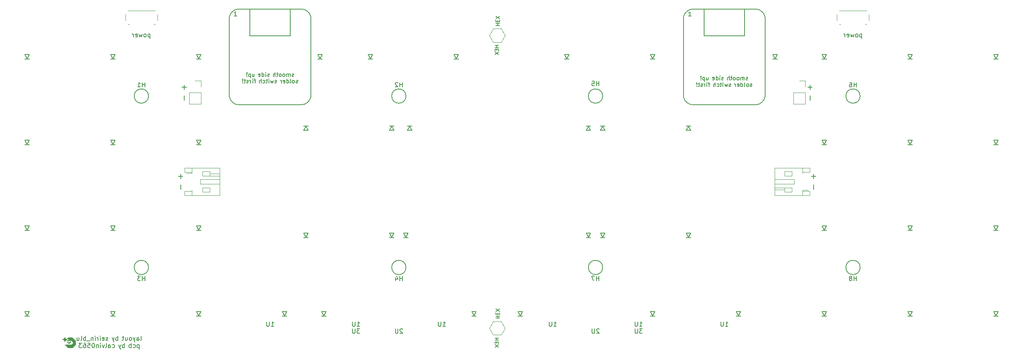
<source format=gbr>
%TF.GenerationSoftware,KiCad,Pcbnew,(7.0.0)*%
%TF.CreationDate,2024-02-09T22:05:54+01:00*%
%TF.ProjectId,graham cracker,67726168-616d-4206-9372-61636b65722e,rev?*%
%TF.SameCoordinates,Original*%
%TF.FileFunction,Legend,Bot*%
%TF.FilePolarity,Positive*%
%FSLAX46Y46*%
G04 Gerber Fmt 4.6, Leading zero omitted, Abs format (unit mm)*
G04 Created by KiCad (PCBNEW (7.0.0)) date 2024-02-09 22:05:54*
%MOMM*%
%LPD*%
G01*
G04 APERTURE LIST*
%ADD10C,0.150000*%
%ADD11C,0.200000*%
%ADD12C,0.120000*%
G04 APERTURE END LIST*
D10*
X120650000Y-42862500D02*
G75*
G03*
X120650000Y-42862500I-1587500J0D01*
G01*
X221456250Y-42862500D02*
G75*
G03*
X221456250Y-42862500I-1587500J0D01*
G01*
X63500000Y-42862500D02*
G75*
G03*
X63500000Y-42862500I-1587500J0D01*
G01*
X164306250Y-42862500D02*
G75*
G03*
X164306250Y-42862500I-1587500J0D01*
G01*
X63500000Y-80962500D02*
G75*
G03*
X63500000Y-80962500I-1587500J0D01*
G01*
X120650000Y-80962500D02*
G75*
G03*
X120650000Y-80962500I-1587500J0D01*
G01*
X164306250Y-80962500D02*
G75*
G03*
X164306250Y-80962500I-1587500J0D01*
G01*
X221456250Y-80962500D02*
G75*
G03*
X221456250Y-80962500I-1587500J0D01*
G01*
X95698928Y-38452535D02*
X95613214Y-38495392D01*
X95613214Y-38495392D02*
X95441785Y-38495392D01*
X95441785Y-38495392D02*
X95356071Y-38452535D01*
X95356071Y-38452535D02*
X95313214Y-38366821D01*
X95313214Y-38366821D02*
X95313214Y-38323964D01*
X95313214Y-38323964D02*
X95356071Y-38238250D01*
X95356071Y-38238250D02*
X95441785Y-38195392D01*
X95441785Y-38195392D02*
X95570357Y-38195392D01*
X95570357Y-38195392D02*
X95656071Y-38152535D01*
X95656071Y-38152535D02*
X95698928Y-38066821D01*
X95698928Y-38066821D02*
X95698928Y-38023964D01*
X95698928Y-38023964D02*
X95656071Y-37938250D01*
X95656071Y-37938250D02*
X95570357Y-37895392D01*
X95570357Y-37895392D02*
X95441785Y-37895392D01*
X95441785Y-37895392D02*
X95356071Y-37938250D01*
X94927500Y-38495392D02*
X94927500Y-37895392D01*
X94927500Y-37981107D02*
X94884643Y-37938250D01*
X94884643Y-37938250D02*
X94798928Y-37895392D01*
X94798928Y-37895392D02*
X94670357Y-37895392D01*
X94670357Y-37895392D02*
X94584643Y-37938250D01*
X94584643Y-37938250D02*
X94541786Y-38023964D01*
X94541786Y-38023964D02*
X94541786Y-38495392D01*
X94541786Y-38023964D02*
X94498928Y-37938250D01*
X94498928Y-37938250D02*
X94413214Y-37895392D01*
X94413214Y-37895392D02*
X94284643Y-37895392D01*
X94284643Y-37895392D02*
X94198928Y-37938250D01*
X94198928Y-37938250D02*
X94156071Y-38023964D01*
X94156071Y-38023964D02*
X94156071Y-38495392D01*
X93598928Y-38495392D02*
X93684643Y-38452535D01*
X93684643Y-38452535D02*
X93727500Y-38409678D01*
X93727500Y-38409678D02*
X93770357Y-38323964D01*
X93770357Y-38323964D02*
X93770357Y-38066821D01*
X93770357Y-38066821D02*
X93727500Y-37981107D01*
X93727500Y-37981107D02*
X93684643Y-37938250D01*
X93684643Y-37938250D02*
X93598928Y-37895392D01*
X93598928Y-37895392D02*
X93470357Y-37895392D01*
X93470357Y-37895392D02*
X93384643Y-37938250D01*
X93384643Y-37938250D02*
X93341786Y-37981107D01*
X93341786Y-37981107D02*
X93298928Y-38066821D01*
X93298928Y-38066821D02*
X93298928Y-38323964D01*
X93298928Y-38323964D02*
X93341786Y-38409678D01*
X93341786Y-38409678D02*
X93384643Y-38452535D01*
X93384643Y-38452535D02*
X93470357Y-38495392D01*
X93470357Y-38495392D02*
X93598928Y-38495392D01*
X92784642Y-38495392D02*
X92870357Y-38452535D01*
X92870357Y-38452535D02*
X92913214Y-38409678D01*
X92913214Y-38409678D02*
X92956071Y-38323964D01*
X92956071Y-38323964D02*
X92956071Y-38066821D01*
X92956071Y-38066821D02*
X92913214Y-37981107D01*
X92913214Y-37981107D02*
X92870357Y-37938250D01*
X92870357Y-37938250D02*
X92784642Y-37895392D01*
X92784642Y-37895392D02*
X92656071Y-37895392D01*
X92656071Y-37895392D02*
X92570357Y-37938250D01*
X92570357Y-37938250D02*
X92527500Y-37981107D01*
X92527500Y-37981107D02*
X92484642Y-38066821D01*
X92484642Y-38066821D02*
X92484642Y-38323964D01*
X92484642Y-38323964D02*
X92527500Y-38409678D01*
X92527500Y-38409678D02*
X92570357Y-38452535D01*
X92570357Y-38452535D02*
X92656071Y-38495392D01*
X92656071Y-38495392D02*
X92784642Y-38495392D01*
X92227499Y-37895392D02*
X91884642Y-37895392D01*
X92098928Y-37595392D02*
X92098928Y-38366821D01*
X92098928Y-38366821D02*
X92056071Y-38452535D01*
X92056071Y-38452535D02*
X91970356Y-38495392D01*
X91970356Y-38495392D02*
X91884642Y-38495392D01*
X91584642Y-38495392D02*
X91584642Y-37595392D01*
X91198928Y-38495392D02*
X91198928Y-38023964D01*
X91198928Y-38023964D02*
X91241785Y-37938250D01*
X91241785Y-37938250D02*
X91327499Y-37895392D01*
X91327499Y-37895392D02*
X91456070Y-37895392D01*
X91456070Y-37895392D02*
X91541785Y-37938250D01*
X91541785Y-37938250D02*
X91584642Y-37981107D01*
X90273213Y-38452535D02*
X90187499Y-38495392D01*
X90187499Y-38495392D02*
X90016070Y-38495392D01*
X90016070Y-38495392D02*
X89930356Y-38452535D01*
X89930356Y-38452535D02*
X89887499Y-38366821D01*
X89887499Y-38366821D02*
X89887499Y-38323964D01*
X89887499Y-38323964D02*
X89930356Y-38238250D01*
X89930356Y-38238250D02*
X90016070Y-38195392D01*
X90016070Y-38195392D02*
X90144642Y-38195392D01*
X90144642Y-38195392D02*
X90230356Y-38152535D01*
X90230356Y-38152535D02*
X90273213Y-38066821D01*
X90273213Y-38066821D02*
X90273213Y-38023964D01*
X90273213Y-38023964D02*
X90230356Y-37938250D01*
X90230356Y-37938250D02*
X90144642Y-37895392D01*
X90144642Y-37895392D02*
X90016070Y-37895392D01*
X90016070Y-37895392D02*
X89930356Y-37938250D01*
X89501785Y-38495392D02*
X89501785Y-37895392D01*
X89501785Y-37595392D02*
X89544642Y-37638250D01*
X89544642Y-37638250D02*
X89501785Y-37681107D01*
X89501785Y-37681107D02*
X89458928Y-37638250D01*
X89458928Y-37638250D02*
X89501785Y-37595392D01*
X89501785Y-37595392D02*
X89501785Y-37681107D01*
X88687500Y-38495392D02*
X88687500Y-37595392D01*
X88687500Y-38452535D02*
X88773214Y-38495392D01*
X88773214Y-38495392D02*
X88944642Y-38495392D01*
X88944642Y-38495392D02*
X89030357Y-38452535D01*
X89030357Y-38452535D02*
X89073214Y-38409678D01*
X89073214Y-38409678D02*
X89116071Y-38323964D01*
X89116071Y-38323964D02*
X89116071Y-38066821D01*
X89116071Y-38066821D02*
X89073214Y-37981107D01*
X89073214Y-37981107D02*
X89030357Y-37938250D01*
X89030357Y-37938250D02*
X88944642Y-37895392D01*
X88944642Y-37895392D02*
X88773214Y-37895392D01*
X88773214Y-37895392D02*
X88687500Y-37938250D01*
X87916071Y-38452535D02*
X88001785Y-38495392D01*
X88001785Y-38495392D02*
X88173214Y-38495392D01*
X88173214Y-38495392D02*
X88258928Y-38452535D01*
X88258928Y-38452535D02*
X88301785Y-38366821D01*
X88301785Y-38366821D02*
X88301785Y-38023964D01*
X88301785Y-38023964D02*
X88258928Y-37938250D01*
X88258928Y-37938250D02*
X88173214Y-37895392D01*
X88173214Y-37895392D02*
X88001785Y-37895392D01*
X88001785Y-37895392D02*
X87916071Y-37938250D01*
X87916071Y-37938250D02*
X87873214Y-38023964D01*
X87873214Y-38023964D02*
X87873214Y-38109678D01*
X87873214Y-38109678D02*
X88301785Y-38195392D01*
X86561785Y-37895392D02*
X86561785Y-38495392D01*
X86947499Y-37895392D02*
X86947499Y-38366821D01*
X86947499Y-38366821D02*
X86904642Y-38452535D01*
X86904642Y-38452535D02*
X86818927Y-38495392D01*
X86818927Y-38495392D02*
X86690356Y-38495392D01*
X86690356Y-38495392D02*
X86604642Y-38452535D01*
X86604642Y-38452535D02*
X86561785Y-38409678D01*
X86133213Y-37895392D02*
X86133213Y-38795392D01*
X86133213Y-37938250D02*
X86047499Y-37895392D01*
X86047499Y-37895392D02*
X85876070Y-37895392D01*
X85876070Y-37895392D02*
X85790356Y-37938250D01*
X85790356Y-37938250D02*
X85747499Y-37981107D01*
X85747499Y-37981107D02*
X85704641Y-38066821D01*
X85704641Y-38066821D02*
X85704641Y-38323964D01*
X85704641Y-38323964D02*
X85747499Y-38409678D01*
X85747499Y-38409678D02*
X85790356Y-38452535D01*
X85790356Y-38452535D02*
X85876070Y-38495392D01*
X85876070Y-38495392D02*
X86047499Y-38495392D01*
X86047499Y-38495392D02*
X86133213Y-38452535D01*
X85318927Y-38409678D02*
X85276070Y-38452535D01*
X85276070Y-38452535D02*
X85318927Y-38495392D01*
X85318927Y-38495392D02*
X85361784Y-38452535D01*
X85361784Y-38452535D02*
X85318927Y-38409678D01*
X85318927Y-38409678D02*
X85318927Y-38495392D01*
X85318927Y-38152535D02*
X85361784Y-37638250D01*
X85361784Y-37638250D02*
X85318927Y-37595392D01*
X85318927Y-37595392D02*
X85276070Y-37638250D01*
X85276070Y-37638250D02*
X85318927Y-38152535D01*
X85318927Y-38152535D02*
X85318927Y-37595392D01*
X96620357Y-39910535D02*
X96534643Y-39953392D01*
X96534643Y-39953392D02*
X96363214Y-39953392D01*
X96363214Y-39953392D02*
X96277500Y-39910535D01*
X96277500Y-39910535D02*
X96234643Y-39824821D01*
X96234643Y-39824821D02*
X96234643Y-39781964D01*
X96234643Y-39781964D02*
X96277500Y-39696250D01*
X96277500Y-39696250D02*
X96363214Y-39653392D01*
X96363214Y-39653392D02*
X96491786Y-39653392D01*
X96491786Y-39653392D02*
X96577500Y-39610535D01*
X96577500Y-39610535D02*
X96620357Y-39524821D01*
X96620357Y-39524821D02*
X96620357Y-39481964D01*
X96620357Y-39481964D02*
X96577500Y-39396250D01*
X96577500Y-39396250D02*
X96491786Y-39353392D01*
X96491786Y-39353392D02*
X96363214Y-39353392D01*
X96363214Y-39353392D02*
X96277500Y-39396250D01*
X95720357Y-39953392D02*
X95806072Y-39910535D01*
X95806072Y-39910535D02*
X95848929Y-39867678D01*
X95848929Y-39867678D02*
X95891786Y-39781964D01*
X95891786Y-39781964D02*
X95891786Y-39524821D01*
X95891786Y-39524821D02*
X95848929Y-39439107D01*
X95848929Y-39439107D02*
X95806072Y-39396250D01*
X95806072Y-39396250D02*
X95720357Y-39353392D01*
X95720357Y-39353392D02*
X95591786Y-39353392D01*
X95591786Y-39353392D02*
X95506072Y-39396250D01*
X95506072Y-39396250D02*
X95463215Y-39439107D01*
X95463215Y-39439107D02*
X95420357Y-39524821D01*
X95420357Y-39524821D02*
X95420357Y-39781964D01*
X95420357Y-39781964D02*
X95463215Y-39867678D01*
X95463215Y-39867678D02*
X95506072Y-39910535D01*
X95506072Y-39910535D02*
X95591786Y-39953392D01*
X95591786Y-39953392D02*
X95720357Y-39953392D01*
X94906071Y-39953392D02*
X94991786Y-39910535D01*
X94991786Y-39910535D02*
X95034643Y-39824821D01*
X95034643Y-39824821D02*
X95034643Y-39053392D01*
X94177500Y-39953392D02*
X94177500Y-39053392D01*
X94177500Y-39910535D02*
X94263214Y-39953392D01*
X94263214Y-39953392D02*
X94434642Y-39953392D01*
X94434642Y-39953392D02*
X94520357Y-39910535D01*
X94520357Y-39910535D02*
X94563214Y-39867678D01*
X94563214Y-39867678D02*
X94606071Y-39781964D01*
X94606071Y-39781964D02*
X94606071Y-39524821D01*
X94606071Y-39524821D02*
X94563214Y-39439107D01*
X94563214Y-39439107D02*
X94520357Y-39396250D01*
X94520357Y-39396250D02*
X94434642Y-39353392D01*
X94434642Y-39353392D02*
X94263214Y-39353392D01*
X94263214Y-39353392D02*
X94177500Y-39396250D01*
X93406071Y-39910535D02*
X93491785Y-39953392D01*
X93491785Y-39953392D02*
X93663214Y-39953392D01*
X93663214Y-39953392D02*
X93748928Y-39910535D01*
X93748928Y-39910535D02*
X93791785Y-39824821D01*
X93791785Y-39824821D02*
X93791785Y-39481964D01*
X93791785Y-39481964D02*
X93748928Y-39396250D01*
X93748928Y-39396250D02*
X93663214Y-39353392D01*
X93663214Y-39353392D02*
X93491785Y-39353392D01*
X93491785Y-39353392D02*
X93406071Y-39396250D01*
X93406071Y-39396250D02*
X93363214Y-39481964D01*
X93363214Y-39481964D02*
X93363214Y-39567678D01*
X93363214Y-39567678D02*
X93791785Y-39653392D01*
X92977499Y-39953392D02*
X92977499Y-39353392D01*
X92977499Y-39524821D02*
X92934642Y-39439107D01*
X92934642Y-39439107D02*
X92891785Y-39396250D01*
X92891785Y-39396250D02*
X92806070Y-39353392D01*
X92806070Y-39353392D02*
X92720356Y-39353392D01*
X91923213Y-39910535D02*
X91837499Y-39953392D01*
X91837499Y-39953392D02*
X91666070Y-39953392D01*
X91666070Y-39953392D02*
X91580356Y-39910535D01*
X91580356Y-39910535D02*
X91537499Y-39824821D01*
X91537499Y-39824821D02*
X91537499Y-39781964D01*
X91537499Y-39781964D02*
X91580356Y-39696250D01*
X91580356Y-39696250D02*
X91666070Y-39653392D01*
X91666070Y-39653392D02*
X91794642Y-39653392D01*
X91794642Y-39653392D02*
X91880356Y-39610535D01*
X91880356Y-39610535D02*
X91923213Y-39524821D01*
X91923213Y-39524821D02*
X91923213Y-39481964D01*
X91923213Y-39481964D02*
X91880356Y-39396250D01*
X91880356Y-39396250D02*
X91794642Y-39353392D01*
X91794642Y-39353392D02*
X91666070Y-39353392D01*
X91666070Y-39353392D02*
X91580356Y-39396250D01*
X91237499Y-39353392D02*
X91066071Y-39953392D01*
X91066071Y-39953392D02*
X90894642Y-39524821D01*
X90894642Y-39524821D02*
X90723213Y-39953392D01*
X90723213Y-39953392D02*
X90551785Y-39353392D01*
X90208928Y-39953392D02*
X90208928Y-39353392D01*
X90208928Y-39053392D02*
X90251785Y-39096250D01*
X90251785Y-39096250D02*
X90208928Y-39139107D01*
X90208928Y-39139107D02*
X90166071Y-39096250D01*
X90166071Y-39096250D02*
X90208928Y-39053392D01*
X90208928Y-39053392D02*
X90208928Y-39139107D01*
X89908928Y-39353392D02*
X89566071Y-39353392D01*
X89780357Y-39053392D02*
X89780357Y-39824821D01*
X89780357Y-39824821D02*
X89737500Y-39910535D01*
X89737500Y-39910535D02*
X89651785Y-39953392D01*
X89651785Y-39953392D02*
X89566071Y-39953392D01*
X88880357Y-39910535D02*
X88966071Y-39953392D01*
X88966071Y-39953392D02*
X89137499Y-39953392D01*
X89137499Y-39953392D02*
X89223214Y-39910535D01*
X89223214Y-39910535D02*
X89266071Y-39867678D01*
X89266071Y-39867678D02*
X89308928Y-39781964D01*
X89308928Y-39781964D02*
X89308928Y-39524821D01*
X89308928Y-39524821D02*
X89266071Y-39439107D01*
X89266071Y-39439107D02*
X89223214Y-39396250D01*
X89223214Y-39396250D02*
X89137499Y-39353392D01*
X89137499Y-39353392D02*
X88966071Y-39353392D01*
X88966071Y-39353392D02*
X88880357Y-39396250D01*
X88494642Y-39953392D02*
X88494642Y-39053392D01*
X88108928Y-39953392D02*
X88108928Y-39481964D01*
X88108928Y-39481964D02*
X88151785Y-39396250D01*
X88151785Y-39396250D02*
X88237499Y-39353392D01*
X88237499Y-39353392D02*
X88366070Y-39353392D01*
X88366070Y-39353392D02*
X88451785Y-39396250D01*
X88451785Y-39396250D02*
X88494642Y-39439107D01*
X87268927Y-39353392D02*
X86926070Y-39353392D01*
X87140356Y-39953392D02*
X87140356Y-39181964D01*
X87140356Y-39181964D02*
X87097499Y-39096250D01*
X87097499Y-39096250D02*
X87011784Y-39053392D01*
X87011784Y-39053392D02*
X86926070Y-39053392D01*
X86626070Y-39953392D02*
X86626070Y-39353392D01*
X86626070Y-39053392D02*
X86668927Y-39096250D01*
X86668927Y-39096250D02*
X86626070Y-39139107D01*
X86626070Y-39139107D02*
X86583213Y-39096250D01*
X86583213Y-39096250D02*
X86626070Y-39053392D01*
X86626070Y-39053392D02*
X86626070Y-39139107D01*
X86197499Y-39953392D02*
X86197499Y-39353392D01*
X86197499Y-39524821D02*
X86154642Y-39439107D01*
X86154642Y-39439107D02*
X86111785Y-39396250D01*
X86111785Y-39396250D02*
X86026070Y-39353392D01*
X86026070Y-39353392D02*
X85940356Y-39353392D01*
X85683213Y-39910535D02*
X85597499Y-39953392D01*
X85597499Y-39953392D02*
X85426070Y-39953392D01*
X85426070Y-39953392D02*
X85340356Y-39910535D01*
X85340356Y-39910535D02*
X85297499Y-39824821D01*
X85297499Y-39824821D02*
X85297499Y-39781964D01*
X85297499Y-39781964D02*
X85340356Y-39696250D01*
X85340356Y-39696250D02*
X85426070Y-39653392D01*
X85426070Y-39653392D02*
X85554642Y-39653392D01*
X85554642Y-39653392D02*
X85640356Y-39610535D01*
X85640356Y-39610535D02*
X85683213Y-39524821D01*
X85683213Y-39524821D02*
X85683213Y-39481964D01*
X85683213Y-39481964D02*
X85640356Y-39396250D01*
X85640356Y-39396250D02*
X85554642Y-39353392D01*
X85554642Y-39353392D02*
X85426070Y-39353392D01*
X85426070Y-39353392D02*
X85340356Y-39396250D01*
X85040356Y-39353392D02*
X84697499Y-39353392D01*
X84911785Y-39053392D02*
X84911785Y-39824821D01*
X84911785Y-39824821D02*
X84868928Y-39910535D01*
X84868928Y-39910535D02*
X84783213Y-39953392D01*
X84783213Y-39953392D02*
X84697499Y-39953392D01*
X84397499Y-39867678D02*
X84354642Y-39910535D01*
X84354642Y-39910535D02*
X84397499Y-39953392D01*
X84397499Y-39953392D02*
X84440356Y-39910535D01*
X84440356Y-39910535D02*
X84397499Y-39867678D01*
X84397499Y-39867678D02*
X84397499Y-39953392D01*
X84397499Y-39610535D02*
X84440356Y-39096250D01*
X84440356Y-39096250D02*
X84397499Y-39053392D01*
X84397499Y-39053392D02*
X84354642Y-39096250D01*
X84354642Y-39096250D02*
X84397499Y-39610535D01*
X84397499Y-39610535D02*
X84397499Y-39053392D01*
X172481845Y-94029880D02*
X173053273Y-94029880D01*
X172767559Y-94029880D02*
X172767559Y-93029880D01*
X172767559Y-93029880D02*
X172862797Y-93172738D01*
X172862797Y-93172738D02*
X172958035Y-93267976D01*
X172958035Y-93267976D02*
X173053273Y-93315595D01*
X172053273Y-93029880D02*
X172053273Y-93839404D01*
X172053273Y-93839404D02*
X172005654Y-93934642D01*
X172005654Y-93934642D02*
X171958035Y-93982261D01*
X171958035Y-93982261D02*
X171862797Y-94029880D01*
X171862797Y-94029880D02*
X171672321Y-94029880D01*
X171672321Y-94029880D02*
X171577083Y-93982261D01*
X171577083Y-93982261D02*
X171529464Y-93934642D01*
X171529464Y-93934642D02*
X171481845Y-93839404D01*
X171481845Y-93839404D02*
X171481845Y-93029880D01*
X61416369Y-98125714D02*
X61416369Y-99125714D01*
X61416369Y-98173333D02*
X61321131Y-98125714D01*
X61321131Y-98125714D02*
X61130655Y-98125714D01*
X61130655Y-98125714D02*
X61035417Y-98173333D01*
X61035417Y-98173333D02*
X60987798Y-98220952D01*
X60987798Y-98220952D02*
X60940179Y-98316190D01*
X60940179Y-98316190D02*
X60940179Y-98601904D01*
X60940179Y-98601904D02*
X60987798Y-98697142D01*
X60987798Y-98697142D02*
X61035417Y-98744761D01*
X61035417Y-98744761D02*
X61130655Y-98792380D01*
X61130655Y-98792380D02*
X61321131Y-98792380D01*
X61321131Y-98792380D02*
X61416369Y-98744761D01*
X60083036Y-98744761D02*
X60178274Y-98792380D01*
X60178274Y-98792380D02*
X60368750Y-98792380D01*
X60368750Y-98792380D02*
X60463988Y-98744761D01*
X60463988Y-98744761D02*
X60511607Y-98697142D01*
X60511607Y-98697142D02*
X60559226Y-98601904D01*
X60559226Y-98601904D02*
X60559226Y-98316190D01*
X60559226Y-98316190D02*
X60511607Y-98220952D01*
X60511607Y-98220952D02*
X60463988Y-98173333D01*
X60463988Y-98173333D02*
X60368750Y-98125714D01*
X60368750Y-98125714D02*
X60178274Y-98125714D01*
X60178274Y-98125714D02*
X60083036Y-98173333D01*
X59654464Y-98792380D02*
X59654464Y-97792380D01*
X59654464Y-98173333D02*
X59559226Y-98125714D01*
X59559226Y-98125714D02*
X59368750Y-98125714D01*
X59368750Y-98125714D02*
X59273512Y-98173333D01*
X59273512Y-98173333D02*
X59225893Y-98220952D01*
X59225893Y-98220952D02*
X59178274Y-98316190D01*
X59178274Y-98316190D02*
X59178274Y-98601904D01*
X59178274Y-98601904D02*
X59225893Y-98697142D01*
X59225893Y-98697142D02*
X59273512Y-98744761D01*
X59273512Y-98744761D02*
X59368750Y-98792380D01*
X59368750Y-98792380D02*
X59559226Y-98792380D01*
X59559226Y-98792380D02*
X59654464Y-98744761D01*
X58149702Y-98792380D02*
X58149702Y-97792380D01*
X58149702Y-98173333D02*
X58054464Y-98125714D01*
X58054464Y-98125714D02*
X57863988Y-98125714D01*
X57863988Y-98125714D02*
X57768750Y-98173333D01*
X57768750Y-98173333D02*
X57721131Y-98220952D01*
X57721131Y-98220952D02*
X57673512Y-98316190D01*
X57673512Y-98316190D02*
X57673512Y-98601904D01*
X57673512Y-98601904D02*
X57721131Y-98697142D01*
X57721131Y-98697142D02*
X57768750Y-98744761D01*
X57768750Y-98744761D02*
X57863988Y-98792380D01*
X57863988Y-98792380D02*
X58054464Y-98792380D01*
X58054464Y-98792380D02*
X58149702Y-98744761D01*
X57340178Y-98125714D02*
X57102083Y-98792380D01*
X56863988Y-98125714D02*
X57102083Y-98792380D01*
X57102083Y-98792380D02*
X57197321Y-99030476D01*
X57197321Y-99030476D02*
X57244940Y-99078095D01*
X57244940Y-99078095D02*
X57340178Y-99125714D01*
X55454464Y-98744761D02*
X55549702Y-98792380D01*
X55549702Y-98792380D02*
X55740178Y-98792380D01*
X55740178Y-98792380D02*
X55835416Y-98744761D01*
X55835416Y-98744761D02*
X55883035Y-98697142D01*
X55883035Y-98697142D02*
X55930654Y-98601904D01*
X55930654Y-98601904D02*
X55930654Y-98316190D01*
X55930654Y-98316190D02*
X55883035Y-98220952D01*
X55883035Y-98220952D02*
X55835416Y-98173333D01*
X55835416Y-98173333D02*
X55740178Y-98125714D01*
X55740178Y-98125714D02*
X55549702Y-98125714D01*
X55549702Y-98125714D02*
X55454464Y-98173333D01*
X54597321Y-98792380D02*
X54597321Y-98268571D01*
X54597321Y-98268571D02*
X54644940Y-98173333D01*
X54644940Y-98173333D02*
X54740178Y-98125714D01*
X54740178Y-98125714D02*
X54930654Y-98125714D01*
X54930654Y-98125714D02*
X55025892Y-98173333D01*
X54597321Y-98744761D02*
X54692559Y-98792380D01*
X54692559Y-98792380D02*
X54930654Y-98792380D01*
X54930654Y-98792380D02*
X55025892Y-98744761D01*
X55025892Y-98744761D02*
X55073511Y-98649523D01*
X55073511Y-98649523D02*
X55073511Y-98554285D01*
X55073511Y-98554285D02*
X55025892Y-98459047D01*
X55025892Y-98459047D02*
X54930654Y-98411428D01*
X54930654Y-98411428D02*
X54692559Y-98411428D01*
X54692559Y-98411428D02*
X54597321Y-98363809D01*
X53978273Y-98792380D02*
X54073511Y-98744761D01*
X54073511Y-98744761D02*
X54121130Y-98649523D01*
X54121130Y-98649523D02*
X54121130Y-97792380D01*
X53692558Y-98125714D02*
X53454463Y-98792380D01*
X53454463Y-98792380D02*
X53216368Y-98125714D01*
X52835415Y-98792380D02*
X52835415Y-98125714D01*
X52835415Y-97792380D02*
X52883034Y-97840000D01*
X52883034Y-97840000D02*
X52835415Y-97887619D01*
X52835415Y-97887619D02*
X52787796Y-97840000D01*
X52787796Y-97840000D02*
X52835415Y-97792380D01*
X52835415Y-97792380D02*
X52835415Y-97887619D01*
X52359225Y-98125714D02*
X52359225Y-98792380D01*
X52359225Y-98220952D02*
X52311606Y-98173333D01*
X52311606Y-98173333D02*
X52216368Y-98125714D01*
X52216368Y-98125714D02*
X52073511Y-98125714D01*
X52073511Y-98125714D02*
X51978273Y-98173333D01*
X51978273Y-98173333D02*
X51930654Y-98268571D01*
X51930654Y-98268571D02*
X51930654Y-98792380D01*
X51263987Y-97792380D02*
X51168749Y-97792380D01*
X51168749Y-97792380D02*
X51073511Y-97840000D01*
X51073511Y-97840000D02*
X51025892Y-97887619D01*
X51025892Y-97887619D02*
X50978273Y-97982857D01*
X50978273Y-97982857D02*
X50930654Y-98173333D01*
X50930654Y-98173333D02*
X50930654Y-98411428D01*
X50930654Y-98411428D02*
X50978273Y-98601904D01*
X50978273Y-98601904D02*
X51025892Y-98697142D01*
X51025892Y-98697142D02*
X51073511Y-98744761D01*
X51073511Y-98744761D02*
X51168749Y-98792380D01*
X51168749Y-98792380D02*
X51263987Y-98792380D01*
X51263987Y-98792380D02*
X51359225Y-98744761D01*
X51359225Y-98744761D02*
X51406844Y-98697142D01*
X51406844Y-98697142D02*
X51454463Y-98601904D01*
X51454463Y-98601904D02*
X51502082Y-98411428D01*
X51502082Y-98411428D02*
X51502082Y-98173333D01*
X51502082Y-98173333D02*
X51454463Y-97982857D01*
X51454463Y-97982857D02*
X51406844Y-97887619D01*
X51406844Y-97887619D02*
X51359225Y-97840000D01*
X51359225Y-97840000D02*
X51263987Y-97792380D01*
X50025892Y-97792380D02*
X50502082Y-97792380D01*
X50502082Y-97792380D02*
X50549701Y-98268571D01*
X50549701Y-98268571D02*
X50502082Y-98220952D01*
X50502082Y-98220952D02*
X50406844Y-98173333D01*
X50406844Y-98173333D02*
X50168749Y-98173333D01*
X50168749Y-98173333D02*
X50073511Y-98220952D01*
X50073511Y-98220952D02*
X50025892Y-98268571D01*
X50025892Y-98268571D02*
X49978273Y-98363809D01*
X49978273Y-98363809D02*
X49978273Y-98601904D01*
X49978273Y-98601904D02*
X50025892Y-98697142D01*
X50025892Y-98697142D02*
X50073511Y-98744761D01*
X50073511Y-98744761D02*
X50168749Y-98792380D01*
X50168749Y-98792380D02*
X50406844Y-98792380D01*
X50406844Y-98792380D02*
X50502082Y-98744761D01*
X50502082Y-98744761D02*
X50549701Y-98697142D01*
X49121130Y-97792380D02*
X49311606Y-97792380D01*
X49311606Y-97792380D02*
X49406844Y-97840000D01*
X49406844Y-97840000D02*
X49454463Y-97887619D01*
X49454463Y-97887619D02*
X49549701Y-98030476D01*
X49549701Y-98030476D02*
X49597320Y-98220952D01*
X49597320Y-98220952D02*
X49597320Y-98601904D01*
X49597320Y-98601904D02*
X49549701Y-98697142D01*
X49549701Y-98697142D02*
X49502082Y-98744761D01*
X49502082Y-98744761D02*
X49406844Y-98792380D01*
X49406844Y-98792380D02*
X49216368Y-98792380D01*
X49216368Y-98792380D02*
X49121130Y-98744761D01*
X49121130Y-98744761D02*
X49073511Y-98697142D01*
X49073511Y-98697142D02*
X49025892Y-98601904D01*
X49025892Y-98601904D02*
X49025892Y-98363809D01*
X49025892Y-98363809D02*
X49073511Y-98268571D01*
X49073511Y-98268571D02*
X49121130Y-98220952D01*
X49121130Y-98220952D02*
X49216368Y-98173333D01*
X49216368Y-98173333D02*
X49406844Y-98173333D01*
X49406844Y-98173333D02*
X49502082Y-98220952D01*
X49502082Y-98220952D02*
X49549701Y-98268571D01*
X49549701Y-98268571D02*
X49597320Y-98363809D01*
X48692558Y-97792380D02*
X48073511Y-97792380D01*
X48073511Y-97792380D02*
X48406844Y-98173333D01*
X48406844Y-98173333D02*
X48263987Y-98173333D01*
X48263987Y-98173333D02*
X48168749Y-98220952D01*
X48168749Y-98220952D02*
X48121130Y-98268571D01*
X48121130Y-98268571D02*
X48073511Y-98363809D01*
X48073511Y-98363809D02*
X48073511Y-98601904D01*
X48073511Y-98601904D02*
X48121130Y-98697142D01*
X48121130Y-98697142D02*
X48168749Y-98744761D01*
X48168749Y-98744761D02*
X48263987Y-98792380D01*
X48263987Y-98792380D02*
X48549701Y-98792380D01*
X48549701Y-98792380D02*
X48644939Y-98744761D01*
X48644939Y-98744761D02*
X48692558Y-98697142D01*
D11*
X71419857Y-40378749D02*
X71419857Y-41369226D01*
X71915095Y-40873987D02*
X70924619Y-40873987D01*
X71419857Y-42768273D02*
X71419857Y-43758750D01*
X210326107Y-40378749D02*
X210326107Y-41369226D01*
X210821345Y-40873987D02*
X209830869Y-40873987D01*
X210326107Y-42768273D02*
X210326107Y-43758750D01*
D10*
X221797321Y-29069464D02*
X221797321Y-30069464D01*
X221797321Y-29117083D02*
X221702083Y-29069464D01*
X221702083Y-29069464D02*
X221511607Y-29069464D01*
X221511607Y-29069464D02*
X221416369Y-29117083D01*
X221416369Y-29117083D02*
X221368750Y-29164702D01*
X221368750Y-29164702D02*
X221321131Y-29259940D01*
X221321131Y-29259940D02*
X221321131Y-29545654D01*
X221321131Y-29545654D02*
X221368750Y-29640892D01*
X221368750Y-29640892D02*
X221416369Y-29688511D01*
X221416369Y-29688511D02*
X221511607Y-29736130D01*
X221511607Y-29736130D02*
X221702083Y-29736130D01*
X221702083Y-29736130D02*
X221797321Y-29688511D01*
X220749702Y-29736130D02*
X220844940Y-29688511D01*
X220844940Y-29688511D02*
X220892559Y-29640892D01*
X220892559Y-29640892D02*
X220940178Y-29545654D01*
X220940178Y-29545654D02*
X220940178Y-29259940D01*
X220940178Y-29259940D02*
X220892559Y-29164702D01*
X220892559Y-29164702D02*
X220844940Y-29117083D01*
X220844940Y-29117083D02*
X220749702Y-29069464D01*
X220749702Y-29069464D02*
X220606845Y-29069464D01*
X220606845Y-29069464D02*
X220511607Y-29117083D01*
X220511607Y-29117083D02*
X220463988Y-29164702D01*
X220463988Y-29164702D02*
X220416369Y-29259940D01*
X220416369Y-29259940D02*
X220416369Y-29545654D01*
X220416369Y-29545654D02*
X220463988Y-29640892D01*
X220463988Y-29640892D02*
X220511607Y-29688511D01*
X220511607Y-29688511D02*
X220606845Y-29736130D01*
X220606845Y-29736130D02*
X220749702Y-29736130D01*
X220083035Y-29069464D02*
X219892559Y-29736130D01*
X219892559Y-29736130D02*
X219702083Y-29259940D01*
X219702083Y-29259940D02*
X219511607Y-29736130D01*
X219511607Y-29736130D02*
X219321131Y-29069464D01*
X218559226Y-29688511D02*
X218654464Y-29736130D01*
X218654464Y-29736130D02*
X218844940Y-29736130D01*
X218844940Y-29736130D02*
X218940178Y-29688511D01*
X218940178Y-29688511D02*
X218987797Y-29593273D01*
X218987797Y-29593273D02*
X218987797Y-29212321D01*
X218987797Y-29212321D02*
X218940178Y-29117083D01*
X218940178Y-29117083D02*
X218844940Y-29069464D01*
X218844940Y-29069464D02*
X218654464Y-29069464D01*
X218654464Y-29069464D02*
X218559226Y-29117083D01*
X218559226Y-29117083D02*
X218511607Y-29212321D01*
X218511607Y-29212321D02*
X218511607Y-29307559D01*
X218511607Y-29307559D02*
X218987797Y-29402797D01*
X218083035Y-29736130D02*
X218083035Y-29069464D01*
X218083035Y-29259940D02*
X218035416Y-29164702D01*
X218035416Y-29164702D02*
X217987797Y-29117083D01*
X217987797Y-29117083D02*
X217892559Y-29069464D01*
X217892559Y-29069464D02*
X217797321Y-29069464D01*
X191531845Y-94029880D02*
X192103273Y-94029880D01*
X191817559Y-94029880D02*
X191817559Y-93029880D01*
X191817559Y-93029880D02*
X191912797Y-93172738D01*
X191912797Y-93172738D02*
X192008035Y-93267976D01*
X192008035Y-93267976D02*
X192103273Y-93315595D01*
X191103273Y-93029880D02*
X191103273Y-93839404D01*
X191103273Y-93839404D02*
X191055654Y-93934642D01*
X191055654Y-93934642D02*
X191008035Y-93982261D01*
X191008035Y-93982261D02*
X190912797Y-94029880D01*
X190912797Y-94029880D02*
X190722321Y-94029880D01*
X190722321Y-94029880D02*
X190627083Y-93982261D01*
X190627083Y-93982261D02*
X190579464Y-93934642D01*
X190579464Y-93934642D02*
X190531845Y-93839404D01*
X190531845Y-93839404D02*
X190531845Y-93029880D01*
X163528273Y-94712619D02*
X163480654Y-94665000D01*
X163480654Y-94665000D02*
X163385416Y-94617380D01*
X163385416Y-94617380D02*
X163147321Y-94617380D01*
X163147321Y-94617380D02*
X163052083Y-94665000D01*
X163052083Y-94665000D02*
X163004464Y-94712619D01*
X163004464Y-94712619D02*
X162956845Y-94807857D01*
X162956845Y-94807857D02*
X162956845Y-94903095D01*
X162956845Y-94903095D02*
X163004464Y-95045952D01*
X163004464Y-95045952D02*
X163575892Y-95617380D01*
X163575892Y-95617380D02*
X162956845Y-95617380D01*
X162528273Y-94617380D02*
X162528273Y-95426904D01*
X162528273Y-95426904D02*
X162480654Y-95522142D01*
X162480654Y-95522142D02*
X162433035Y-95569761D01*
X162433035Y-95569761D02*
X162337797Y-95617380D01*
X162337797Y-95617380D02*
X162147321Y-95617380D01*
X162147321Y-95617380D02*
X162052083Y-95569761D01*
X162052083Y-95569761D02*
X162004464Y-95522142D01*
X162004464Y-95522142D02*
X161956845Y-95426904D01*
X161956845Y-95426904D02*
X161956845Y-94617380D01*
X128825595Y-94029880D02*
X129397023Y-94029880D01*
X129111309Y-94029880D02*
X129111309Y-93029880D01*
X129111309Y-93029880D02*
X129206547Y-93172738D01*
X129206547Y-93172738D02*
X129301785Y-93267976D01*
X129301785Y-93267976D02*
X129397023Y-93315595D01*
X128397023Y-93029880D02*
X128397023Y-93839404D01*
X128397023Y-93839404D02*
X128349404Y-93934642D01*
X128349404Y-93934642D02*
X128301785Y-93982261D01*
X128301785Y-93982261D02*
X128206547Y-94029880D01*
X128206547Y-94029880D02*
X128016071Y-94029880D01*
X128016071Y-94029880D02*
X127920833Y-93982261D01*
X127920833Y-93982261D02*
X127873214Y-93934642D01*
X127873214Y-93934642D02*
X127825595Y-93839404D01*
X127825595Y-93839404D02*
X127825595Y-93029880D01*
X63841071Y-29069464D02*
X63841071Y-30069464D01*
X63841071Y-29117083D02*
X63745833Y-29069464D01*
X63745833Y-29069464D02*
X63555357Y-29069464D01*
X63555357Y-29069464D02*
X63460119Y-29117083D01*
X63460119Y-29117083D02*
X63412500Y-29164702D01*
X63412500Y-29164702D02*
X63364881Y-29259940D01*
X63364881Y-29259940D02*
X63364881Y-29545654D01*
X63364881Y-29545654D02*
X63412500Y-29640892D01*
X63412500Y-29640892D02*
X63460119Y-29688511D01*
X63460119Y-29688511D02*
X63555357Y-29736130D01*
X63555357Y-29736130D02*
X63745833Y-29736130D01*
X63745833Y-29736130D02*
X63841071Y-29688511D01*
X62793452Y-29736130D02*
X62888690Y-29688511D01*
X62888690Y-29688511D02*
X62936309Y-29640892D01*
X62936309Y-29640892D02*
X62983928Y-29545654D01*
X62983928Y-29545654D02*
X62983928Y-29259940D01*
X62983928Y-29259940D02*
X62936309Y-29164702D01*
X62936309Y-29164702D02*
X62888690Y-29117083D01*
X62888690Y-29117083D02*
X62793452Y-29069464D01*
X62793452Y-29069464D02*
X62650595Y-29069464D01*
X62650595Y-29069464D02*
X62555357Y-29117083D01*
X62555357Y-29117083D02*
X62507738Y-29164702D01*
X62507738Y-29164702D02*
X62460119Y-29259940D01*
X62460119Y-29259940D02*
X62460119Y-29545654D01*
X62460119Y-29545654D02*
X62507738Y-29640892D01*
X62507738Y-29640892D02*
X62555357Y-29688511D01*
X62555357Y-29688511D02*
X62650595Y-29736130D01*
X62650595Y-29736130D02*
X62793452Y-29736130D01*
X62126785Y-29069464D02*
X61936309Y-29736130D01*
X61936309Y-29736130D02*
X61745833Y-29259940D01*
X61745833Y-29259940D02*
X61555357Y-29736130D01*
X61555357Y-29736130D02*
X61364881Y-29069464D01*
X60602976Y-29688511D02*
X60698214Y-29736130D01*
X60698214Y-29736130D02*
X60888690Y-29736130D01*
X60888690Y-29736130D02*
X60983928Y-29688511D01*
X60983928Y-29688511D02*
X61031547Y-29593273D01*
X61031547Y-29593273D02*
X61031547Y-29212321D01*
X61031547Y-29212321D02*
X60983928Y-29117083D01*
X60983928Y-29117083D02*
X60888690Y-29069464D01*
X60888690Y-29069464D02*
X60698214Y-29069464D01*
X60698214Y-29069464D02*
X60602976Y-29117083D01*
X60602976Y-29117083D02*
X60555357Y-29212321D01*
X60555357Y-29212321D02*
X60555357Y-29307559D01*
X60555357Y-29307559D02*
X61031547Y-29402797D01*
X60126785Y-29736130D02*
X60126785Y-29069464D01*
X60126785Y-29259940D02*
X60079166Y-29164702D01*
X60079166Y-29164702D02*
X60031547Y-29117083D01*
X60031547Y-29117083D02*
X59936309Y-29069464D01*
X59936309Y-29069464D02*
X59841071Y-29069464D01*
X61725893Y-97204880D02*
X61821131Y-97157261D01*
X61821131Y-97157261D02*
X61868750Y-97062023D01*
X61868750Y-97062023D02*
X61868750Y-96204880D01*
X60916369Y-97204880D02*
X60916369Y-96681071D01*
X60916369Y-96681071D02*
X60963988Y-96585833D01*
X60963988Y-96585833D02*
X61059226Y-96538214D01*
X61059226Y-96538214D02*
X61249702Y-96538214D01*
X61249702Y-96538214D02*
X61344940Y-96585833D01*
X60916369Y-97157261D02*
X61011607Y-97204880D01*
X61011607Y-97204880D02*
X61249702Y-97204880D01*
X61249702Y-97204880D02*
X61344940Y-97157261D01*
X61344940Y-97157261D02*
X61392559Y-97062023D01*
X61392559Y-97062023D02*
X61392559Y-96966785D01*
X61392559Y-96966785D02*
X61344940Y-96871547D01*
X61344940Y-96871547D02*
X61249702Y-96823928D01*
X61249702Y-96823928D02*
X61011607Y-96823928D01*
X61011607Y-96823928D02*
X60916369Y-96776309D01*
X60535416Y-96538214D02*
X60297321Y-97204880D01*
X60059226Y-96538214D02*
X60297321Y-97204880D01*
X60297321Y-97204880D02*
X60392559Y-97442976D01*
X60392559Y-97442976D02*
X60440178Y-97490595D01*
X60440178Y-97490595D02*
X60535416Y-97538214D01*
X59535416Y-97204880D02*
X59630654Y-97157261D01*
X59630654Y-97157261D02*
X59678273Y-97109642D01*
X59678273Y-97109642D02*
X59725892Y-97014404D01*
X59725892Y-97014404D02*
X59725892Y-96728690D01*
X59725892Y-96728690D02*
X59678273Y-96633452D01*
X59678273Y-96633452D02*
X59630654Y-96585833D01*
X59630654Y-96585833D02*
X59535416Y-96538214D01*
X59535416Y-96538214D02*
X59392559Y-96538214D01*
X59392559Y-96538214D02*
X59297321Y-96585833D01*
X59297321Y-96585833D02*
X59249702Y-96633452D01*
X59249702Y-96633452D02*
X59202083Y-96728690D01*
X59202083Y-96728690D02*
X59202083Y-97014404D01*
X59202083Y-97014404D02*
X59249702Y-97109642D01*
X59249702Y-97109642D02*
X59297321Y-97157261D01*
X59297321Y-97157261D02*
X59392559Y-97204880D01*
X59392559Y-97204880D02*
X59535416Y-97204880D01*
X58344940Y-96538214D02*
X58344940Y-97204880D01*
X58773511Y-96538214D02*
X58773511Y-97062023D01*
X58773511Y-97062023D02*
X58725892Y-97157261D01*
X58725892Y-97157261D02*
X58630654Y-97204880D01*
X58630654Y-97204880D02*
X58487797Y-97204880D01*
X58487797Y-97204880D02*
X58392559Y-97157261D01*
X58392559Y-97157261D02*
X58344940Y-97109642D01*
X58011606Y-96538214D02*
X57630654Y-96538214D01*
X57868749Y-96204880D02*
X57868749Y-97062023D01*
X57868749Y-97062023D02*
X57821130Y-97157261D01*
X57821130Y-97157261D02*
X57725892Y-97204880D01*
X57725892Y-97204880D02*
X57630654Y-97204880D01*
X56697320Y-97204880D02*
X56697320Y-96204880D01*
X56697320Y-96585833D02*
X56602082Y-96538214D01*
X56602082Y-96538214D02*
X56411606Y-96538214D01*
X56411606Y-96538214D02*
X56316368Y-96585833D01*
X56316368Y-96585833D02*
X56268749Y-96633452D01*
X56268749Y-96633452D02*
X56221130Y-96728690D01*
X56221130Y-96728690D02*
X56221130Y-97014404D01*
X56221130Y-97014404D02*
X56268749Y-97109642D01*
X56268749Y-97109642D02*
X56316368Y-97157261D01*
X56316368Y-97157261D02*
X56411606Y-97204880D01*
X56411606Y-97204880D02*
X56602082Y-97204880D01*
X56602082Y-97204880D02*
X56697320Y-97157261D01*
X55887796Y-96538214D02*
X55649701Y-97204880D01*
X55411606Y-96538214D02*
X55649701Y-97204880D01*
X55649701Y-97204880D02*
X55744939Y-97442976D01*
X55744939Y-97442976D02*
X55792558Y-97490595D01*
X55792558Y-97490595D02*
X55887796Y-97538214D01*
X54478272Y-97157261D02*
X54383034Y-97204880D01*
X54383034Y-97204880D02*
X54192558Y-97204880D01*
X54192558Y-97204880D02*
X54097320Y-97157261D01*
X54097320Y-97157261D02*
X54049701Y-97062023D01*
X54049701Y-97062023D02*
X54049701Y-97014404D01*
X54049701Y-97014404D02*
X54097320Y-96919166D01*
X54097320Y-96919166D02*
X54192558Y-96871547D01*
X54192558Y-96871547D02*
X54335415Y-96871547D01*
X54335415Y-96871547D02*
X54430653Y-96823928D01*
X54430653Y-96823928D02*
X54478272Y-96728690D01*
X54478272Y-96728690D02*
X54478272Y-96681071D01*
X54478272Y-96681071D02*
X54430653Y-96585833D01*
X54430653Y-96585833D02*
X54335415Y-96538214D01*
X54335415Y-96538214D02*
X54192558Y-96538214D01*
X54192558Y-96538214D02*
X54097320Y-96585833D01*
X53240177Y-97157261D02*
X53335415Y-97204880D01*
X53335415Y-97204880D02*
X53525891Y-97204880D01*
X53525891Y-97204880D02*
X53621129Y-97157261D01*
X53621129Y-97157261D02*
X53668748Y-97062023D01*
X53668748Y-97062023D02*
X53668748Y-96681071D01*
X53668748Y-96681071D02*
X53621129Y-96585833D01*
X53621129Y-96585833D02*
X53525891Y-96538214D01*
X53525891Y-96538214D02*
X53335415Y-96538214D01*
X53335415Y-96538214D02*
X53240177Y-96585833D01*
X53240177Y-96585833D02*
X53192558Y-96681071D01*
X53192558Y-96681071D02*
X53192558Y-96776309D01*
X53192558Y-96776309D02*
X53668748Y-96871547D01*
X52763986Y-97204880D02*
X52763986Y-96538214D01*
X52763986Y-96204880D02*
X52811605Y-96252500D01*
X52811605Y-96252500D02*
X52763986Y-96300119D01*
X52763986Y-96300119D02*
X52716367Y-96252500D01*
X52716367Y-96252500D02*
X52763986Y-96204880D01*
X52763986Y-96204880D02*
X52763986Y-96300119D01*
X52287796Y-97204880D02*
X52287796Y-96538214D01*
X52287796Y-96728690D02*
X52240177Y-96633452D01*
X52240177Y-96633452D02*
X52192558Y-96585833D01*
X52192558Y-96585833D02*
X52097320Y-96538214D01*
X52097320Y-96538214D02*
X52002082Y-96538214D01*
X51668748Y-97204880D02*
X51668748Y-96538214D01*
X51668748Y-96204880D02*
X51716367Y-96252500D01*
X51716367Y-96252500D02*
X51668748Y-96300119D01*
X51668748Y-96300119D02*
X51621129Y-96252500D01*
X51621129Y-96252500D02*
X51668748Y-96204880D01*
X51668748Y-96204880D02*
X51668748Y-96300119D01*
X51192558Y-96538214D02*
X51192558Y-97204880D01*
X51192558Y-96633452D02*
X51144939Y-96585833D01*
X51144939Y-96585833D02*
X51049701Y-96538214D01*
X51049701Y-96538214D02*
X50906844Y-96538214D01*
X50906844Y-96538214D02*
X50811606Y-96585833D01*
X50811606Y-96585833D02*
X50763987Y-96681071D01*
X50763987Y-96681071D02*
X50763987Y-97204880D01*
X50525892Y-97300119D02*
X49763987Y-97300119D01*
X49525891Y-97204880D02*
X49525891Y-96204880D01*
X49525891Y-96585833D02*
X49430653Y-96538214D01*
X49430653Y-96538214D02*
X49240177Y-96538214D01*
X49240177Y-96538214D02*
X49144939Y-96585833D01*
X49144939Y-96585833D02*
X49097320Y-96633452D01*
X49097320Y-96633452D02*
X49049701Y-96728690D01*
X49049701Y-96728690D02*
X49049701Y-97014404D01*
X49049701Y-97014404D02*
X49097320Y-97109642D01*
X49097320Y-97109642D02*
X49144939Y-97157261D01*
X49144939Y-97157261D02*
X49240177Y-97204880D01*
X49240177Y-97204880D02*
X49430653Y-97204880D01*
X49430653Y-97204880D02*
X49525891Y-97157261D01*
X48478272Y-97204880D02*
X48573510Y-97157261D01*
X48573510Y-97157261D02*
X48621129Y-97062023D01*
X48621129Y-97062023D02*
X48621129Y-96204880D01*
X47668748Y-96538214D02*
X47668748Y-97204880D01*
X48097319Y-96538214D02*
X48097319Y-97062023D01*
X48097319Y-97062023D02*
X48049700Y-97157261D01*
X48049700Y-97157261D02*
X47954462Y-97204880D01*
X47954462Y-97204880D02*
X47811605Y-97204880D01*
X47811605Y-97204880D02*
X47716367Y-97157261D01*
X47716367Y-97157261D02*
X47668748Y-97109642D01*
D11*
X70626107Y-60222499D02*
X70626107Y-61212976D01*
X71121345Y-60717737D02*
X70130869Y-60717737D01*
X70626107Y-62612023D02*
X70626107Y-63602500D01*
D10*
X90725595Y-94029880D02*
X91297023Y-94029880D01*
X91011309Y-94029880D02*
X91011309Y-93029880D01*
X91011309Y-93029880D02*
X91106547Y-93172738D01*
X91106547Y-93172738D02*
X91201785Y-93267976D01*
X91201785Y-93267976D02*
X91297023Y-93315595D01*
X90297023Y-93029880D02*
X90297023Y-93839404D01*
X90297023Y-93839404D02*
X90249404Y-93934642D01*
X90249404Y-93934642D02*
X90201785Y-93982261D01*
X90201785Y-93982261D02*
X90106547Y-94029880D01*
X90106547Y-94029880D02*
X89916071Y-94029880D01*
X89916071Y-94029880D02*
X89820833Y-93982261D01*
X89820833Y-93982261D02*
X89773214Y-93934642D01*
X89773214Y-93934642D02*
X89725595Y-93839404D01*
X89725595Y-93839404D02*
X89725595Y-93029880D01*
X173100892Y-94617380D02*
X172481845Y-94617380D01*
X172481845Y-94617380D02*
X172815178Y-94998333D01*
X172815178Y-94998333D02*
X172672321Y-94998333D01*
X172672321Y-94998333D02*
X172577083Y-95045952D01*
X172577083Y-95045952D02*
X172529464Y-95093571D01*
X172529464Y-95093571D02*
X172481845Y-95188809D01*
X172481845Y-95188809D02*
X172481845Y-95426904D01*
X172481845Y-95426904D02*
X172529464Y-95522142D01*
X172529464Y-95522142D02*
X172577083Y-95569761D01*
X172577083Y-95569761D02*
X172672321Y-95617380D01*
X172672321Y-95617380D02*
X172958035Y-95617380D01*
X172958035Y-95617380D02*
X173053273Y-95569761D01*
X173053273Y-95569761D02*
X173100892Y-95522142D01*
X172053273Y-94617380D02*
X172053273Y-95426904D01*
X172053273Y-95426904D02*
X172005654Y-95522142D01*
X172005654Y-95522142D02*
X171958035Y-95569761D01*
X171958035Y-95569761D02*
X171862797Y-95617380D01*
X171862797Y-95617380D02*
X171672321Y-95617380D01*
X171672321Y-95617380D02*
X171577083Y-95569761D01*
X171577083Y-95569761D02*
X171529464Y-95522142D01*
X171529464Y-95522142D02*
X171481845Y-95426904D01*
X171481845Y-95426904D02*
X171481845Y-94617380D01*
X109775595Y-94029880D02*
X110347023Y-94029880D01*
X110061309Y-94029880D02*
X110061309Y-93029880D01*
X110061309Y-93029880D02*
X110156547Y-93172738D01*
X110156547Y-93172738D02*
X110251785Y-93267976D01*
X110251785Y-93267976D02*
X110347023Y-93315595D01*
X109347023Y-93029880D02*
X109347023Y-93839404D01*
X109347023Y-93839404D02*
X109299404Y-93934642D01*
X109299404Y-93934642D02*
X109251785Y-93982261D01*
X109251785Y-93982261D02*
X109156547Y-94029880D01*
X109156547Y-94029880D02*
X108966071Y-94029880D01*
X108966071Y-94029880D02*
X108870833Y-93982261D01*
X108870833Y-93982261D02*
X108823214Y-93934642D01*
X108823214Y-93934642D02*
X108775595Y-93839404D01*
X108775595Y-93839404D02*
X108775595Y-93029880D01*
D11*
X211119857Y-60222499D02*
X211119857Y-61212976D01*
X211615095Y-60717737D02*
X210624619Y-60717737D01*
X211119857Y-62612023D02*
X211119857Y-63602500D01*
D10*
X110394642Y-94617380D02*
X109775595Y-94617380D01*
X109775595Y-94617380D02*
X110108928Y-94998333D01*
X110108928Y-94998333D02*
X109966071Y-94998333D01*
X109966071Y-94998333D02*
X109870833Y-95045952D01*
X109870833Y-95045952D02*
X109823214Y-95093571D01*
X109823214Y-95093571D02*
X109775595Y-95188809D01*
X109775595Y-95188809D02*
X109775595Y-95426904D01*
X109775595Y-95426904D02*
X109823214Y-95522142D01*
X109823214Y-95522142D02*
X109870833Y-95569761D01*
X109870833Y-95569761D02*
X109966071Y-95617380D01*
X109966071Y-95617380D02*
X110251785Y-95617380D01*
X110251785Y-95617380D02*
X110347023Y-95569761D01*
X110347023Y-95569761D02*
X110394642Y-95522142D01*
X109347023Y-94617380D02*
X109347023Y-95426904D01*
X109347023Y-95426904D02*
X109299404Y-95522142D01*
X109299404Y-95522142D02*
X109251785Y-95569761D01*
X109251785Y-95569761D02*
X109156547Y-95617380D01*
X109156547Y-95617380D02*
X108966071Y-95617380D01*
X108966071Y-95617380D02*
X108870833Y-95569761D01*
X108870833Y-95569761D02*
X108823214Y-95522142D01*
X108823214Y-95522142D02*
X108775595Y-95426904D01*
X108775595Y-95426904D02*
X108775595Y-94617380D01*
X119872023Y-94712619D02*
X119824404Y-94665000D01*
X119824404Y-94665000D02*
X119729166Y-94617380D01*
X119729166Y-94617380D02*
X119491071Y-94617380D01*
X119491071Y-94617380D02*
X119395833Y-94665000D01*
X119395833Y-94665000D02*
X119348214Y-94712619D01*
X119348214Y-94712619D02*
X119300595Y-94807857D01*
X119300595Y-94807857D02*
X119300595Y-94903095D01*
X119300595Y-94903095D02*
X119348214Y-95045952D01*
X119348214Y-95045952D02*
X119919642Y-95617380D01*
X119919642Y-95617380D02*
X119300595Y-95617380D01*
X118872023Y-94617380D02*
X118872023Y-95426904D01*
X118872023Y-95426904D02*
X118824404Y-95522142D01*
X118824404Y-95522142D02*
X118776785Y-95569761D01*
X118776785Y-95569761D02*
X118681547Y-95617380D01*
X118681547Y-95617380D02*
X118491071Y-95617380D01*
X118491071Y-95617380D02*
X118395833Y-95569761D01*
X118395833Y-95569761D02*
X118348214Y-95522142D01*
X118348214Y-95522142D02*
X118300595Y-95426904D01*
X118300595Y-95426904D02*
X118300595Y-94617380D01*
X153431845Y-94029880D02*
X154003273Y-94029880D01*
X153717559Y-94029880D02*
X153717559Y-93029880D01*
X153717559Y-93029880D02*
X153812797Y-93172738D01*
X153812797Y-93172738D02*
X153908035Y-93267976D01*
X153908035Y-93267976D02*
X154003273Y-93315595D01*
X153003273Y-93029880D02*
X153003273Y-93839404D01*
X153003273Y-93839404D02*
X152955654Y-93934642D01*
X152955654Y-93934642D02*
X152908035Y-93982261D01*
X152908035Y-93982261D02*
X152812797Y-94029880D01*
X152812797Y-94029880D02*
X152622321Y-94029880D01*
X152622321Y-94029880D02*
X152527083Y-93982261D01*
X152527083Y-93982261D02*
X152479464Y-93934642D01*
X152479464Y-93934642D02*
X152431845Y-93839404D01*
X152431845Y-93839404D02*
X152431845Y-93029880D01*
X196505178Y-39246285D02*
X196419464Y-39289142D01*
X196419464Y-39289142D02*
X196248035Y-39289142D01*
X196248035Y-39289142D02*
X196162321Y-39246285D01*
X196162321Y-39246285D02*
X196119464Y-39160571D01*
X196119464Y-39160571D02*
X196119464Y-39117714D01*
X196119464Y-39117714D02*
X196162321Y-39032000D01*
X196162321Y-39032000D02*
X196248035Y-38989142D01*
X196248035Y-38989142D02*
X196376607Y-38989142D01*
X196376607Y-38989142D02*
X196462321Y-38946285D01*
X196462321Y-38946285D02*
X196505178Y-38860571D01*
X196505178Y-38860571D02*
X196505178Y-38817714D01*
X196505178Y-38817714D02*
X196462321Y-38732000D01*
X196462321Y-38732000D02*
X196376607Y-38689142D01*
X196376607Y-38689142D02*
X196248035Y-38689142D01*
X196248035Y-38689142D02*
X196162321Y-38732000D01*
X195733750Y-39289142D02*
X195733750Y-38689142D01*
X195733750Y-38774857D02*
X195690893Y-38732000D01*
X195690893Y-38732000D02*
X195605178Y-38689142D01*
X195605178Y-38689142D02*
X195476607Y-38689142D01*
X195476607Y-38689142D02*
X195390893Y-38732000D01*
X195390893Y-38732000D02*
X195348036Y-38817714D01*
X195348036Y-38817714D02*
X195348036Y-39289142D01*
X195348036Y-38817714D02*
X195305178Y-38732000D01*
X195305178Y-38732000D02*
X195219464Y-38689142D01*
X195219464Y-38689142D02*
X195090893Y-38689142D01*
X195090893Y-38689142D02*
X195005178Y-38732000D01*
X195005178Y-38732000D02*
X194962321Y-38817714D01*
X194962321Y-38817714D02*
X194962321Y-39289142D01*
X194405178Y-39289142D02*
X194490893Y-39246285D01*
X194490893Y-39246285D02*
X194533750Y-39203428D01*
X194533750Y-39203428D02*
X194576607Y-39117714D01*
X194576607Y-39117714D02*
X194576607Y-38860571D01*
X194576607Y-38860571D02*
X194533750Y-38774857D01*
X194533750Y-38774857D02*
X194490893Y-38732000D01*
X194490893Y-38732000D02*
X194405178Y-38689142D01*
X194405178Y-38689142D02*
X194276607Y-38689142D01*
X194276607Y-38689142D02*
X194190893Y-38732000D01*
X194190893Y-38732000D02*
X194148036Y-38774857D01*
X194148036Y-38774857D02*
X194105178Y-38860571D01*
X194105178Y-38860571D02*
X194105178Y-39117714D01*
X194105178Y-39117714D02*
X194148036Y-39203428D01*
X194148036Y-39203428D02*
X194190893Y-39246285D01*
X194190893Y-39246285D02*
X194276607Y-39289142D01*
X194276607Y-39289142D02*
X194405178Y-39289142D01*
X193590892Y-39289142D02*
X193676607Y-39246285D01*
X193676607Y-39246285D02*
X193719464Y-39203428D01*
X193719464Y-39203428D02*
X193762321Y-39117714D01*
X193762321Y-39117714D02*
X193762321Y-38860571D01*
X193762321Y-38860571D02*
X193719464Y-38774857D01*
X193719464Y-38774857D02*
X193676607Y-38732000D01*
X193676607Y-38732000D02*
X193590892Y-38689142D01*
X193590892Y-38689142D02*
X193462321Y-38689142D01*
X193462321Y-38689142D02*
X193376607Y-38732000D01*
X193376607Y-38732000D02*
X193333750Y-38774857D01*
X193333750Y-38774857D02*
X193290892Y-38860571D01*
X193290892Y-38860571D02*
X193290892Y-39117714D01*
X193290892Y-39117714D02*
X193333750Y-39203428D01*
X193333750Y-39203428D02*
X193376607Y-39246285D01*
X193376607Y-39246285D02*
X193462321Y-39289142D01*
X193462321Y-39289142D02*
X193590892Y-39289142D01*
X193033749Y-38689142D02*
X192690892Y-38689142D01*
X192905178Y-38389142D02*
X192905178Y-39160571D01*
X192905178Y-39160571D02*
X192862321Y-39246285D01*
X192862321Y-39246285D02*
X192776606Y-39289142D01*
X192776606Y-39289142D02*
X192690892Y-39289142D01*
X192390892Y-39289142D02*
X192390892Y-38389142D01*
X192005178Y-39289142D02*
X192005178Y-38817714D01*
X192005178Y-38817714D02*
X192048035Y-38732000D01*
X192048035Y-38732000D02*
X192133749Y-38689142D01*
X192133749Y-38689142D02*
X192262320Y-38689142D01*
X192262320Y-38689142D02*
X192348035Y-38732000D01*
X192348035Y-38732000D02*
X192390892Y-38774857D01*
X191079463Y-39246285D02*
X190993749Y-39289142D01*
X190993749Y-39289142D02*
X190822320Y-39289142D01*
X190822320Y-39289142D02*
X190736606Y-39246285D01*
X190736606Y-39246285D02*
X190693749Y-39160571D01*
X190693749Y-39160571D02*
X190693749Y-39117714D01*
X190693749Y-39117714D02*
X190736606Y-39032000D01*
X190736606Y-39032000D02*
X190822320Y-38989142D01*
X190822320Y-38989142D02*
X190950892Y-38989142D01*
X190950892Y-38989142D02*
X191036606Y-38946285D01*
X191036606Y-38946285D02*
X191079463Y-38860571D01*
X191079463Y-38860571D02*
X191079463Y-38817714D01*
X191079463Y-38817714D02*
X191036606Y-38732000D01*
X191036606Y-38732000D02*
X190950892Y-38689142D01*
X190950892Y-38689142D02*
X190822320Y-38689142D01*
X190822320Y-38689142D02*
X190736606Y-38732000D01*
X190308035Y-39289142D02*
X190308035Y-38689142D01*
X190308035Y-38389142D02*
X190350892Y-38432000D01*
X190350892Y-38432000D02*
X190308035Y-38474857D01*
X190308035Y-38474857D02*
X190265178Y-38432000D01*
X190265178Y-38432000D02*
X190308035Y-38389142D01*
X190308035Y-38389142D02*
X190308035Y-38474857D01*
X189493750Y-39289142D02*
X189493750Y-38389142D01*
X189493750Y-39246285D02*
X189579464Y-39289142D01*
X189579464Y-39289142D02*
X189750892Y-39289142D01*
X189750892Y-39289142D02*
X189836607Y-39246285D01*
X189836607Y-39246285D02*
X189879464Y-39203428D01*
X189879464Y-39203428D02*
X189922321Y-39117714D01*
X189922321Y-39117714D02*
X189922321Y-38860571D01*
X189922321Y-38860571D02*
X189879464Y-38774857D01*
X189879464Y-38774857D02*
X189836607Y-38732000D01*
X189836607Y-38732000D02*
X189750892Y-38689142D01*
X189750892Y-38689142D02*
X189579464Y-38689142D01*
X189579464Y-38689142D02*
X189493750Y-38732000D01*
X188722321Y-39246285D02*
X188808035Y-39289142D01*
X188808035Y-39289142D02*
X188979464Y-39289142D01*
X188979464Y-39289142D02*
X189065178Y-39246285D01*
X189065178Y-39246285D02*
X189108035Y-39160571D01*
X189108035Y-39160571D02*
X189108035Y-38817714D01*
X189108035Y-38817714D02*
X189065178Y-38732000D01*
X189065178Y-38732000D02*
X188979464Y-38689142D01*
X188979464Y-38689142D02*
X188808035Y-38689142D01*
X188808035Y-38689142D02*
X188722321Y-38732000D01*
X188722321Y-38732000D02*
X188679464Y-38817714D01*
X188679464Y-38817714D02*
X188679464Y-38903428D01*
X188679464Y-38903428D02*
X189108035Y-38989142D01*
X187368035Y-38689142D02*
X187368035Y-39289142D01*
X187753749Y-38689142D02*
X187753749Y-39160571D01*
X187753749Y-39160571D02*
X187710892Y-39246285D01*
X187710892Y-39246285D02*
X187625177Y-39289142D01*
X187625177Y-39289142D02*
X187496606Y-39289142D01*
X187496606Y-39289142D02*
X187410892Y-39246285D01*
X187410892Y-39246285D02*
X187368035Y-39203428D01*
X186939463Y-38689142D02*
X186939463Y-39589142D01*
X186939463Y-38732000D02*
X186853749Y-38689142D01*
X186853749Y-38689142D02*
X186682320Y-38689142D01*
X186682320Y-38689142D02*
X186596606Y-38732000D01*
X186596606Y-38732000D02*
X186553749Y-38774857D01*
X186553749Y-38774857D02*
X186510891Y-38860571D01*
X186510891Y-38860571D02*
X186510891Y-39117714D01*
X186510891Y-39117714D02*
X186553749Y-39203428D01*
X186553749Y-39203428D02*
X186596606Y-39246285D01*
X186596606Y-39246285D02*
X186682320Y-39289142D01*
X186682320Y-39289142D02*
X186853749Y-39289142D01*
X186853749Y-39289142D02*
X186939463Y-39246285D01*
X186125177Y-39203428D02*
X186082320Y-39246285D01*
X186082320Y-39246285D02*
X186125177Y-39289142D01*
X186125177Y-39289142D02*
X186168034Y-39246285D01*
X186168034Y-39246285D02*
X186125177Y-39203428D01*
X186125177Y-39203428D02*
X186125177Y-39289142D01*
X186125177Y-38946285D02*
X186168034Y-38432000D01*
X186168034Y-38432000D02*
X186125177Y-38389142D01*
X186125177Y-38389142D02*
X186082320Y-38432000D01*
X186082320Y-38432000D02*
X186125177Y-38946285D01*
X186125177Y-38946285D02*
X186125177Y-38389142D01*
X197426607Y-40704285D02*
X197340893Y-40747142D01*
X197340893Y-40747142D02*
X197169464Y-40747142D01*
X197169464Y-40747142D02*
X197083750Y-40704285D01*
X197083750Y-40704285D02*
X197040893Y-40618571D01*
X197040893Y-40618571D02*
X197040893Y-40575714D01*
X197040893Y-40575714D02*
X197083750Y-40490000D01*
X197083750Y-40490000D02*
X197169464Y-40447142D01*
X197169464Y-40447142D02*
X197298036Y-40447142D01*
X197298036Y-40447142D02*
X197383750Y-40404285D01*
X197383750Y-40404285D02*
X197426607Y-40318571D01*
X197426607Y-40318571D02*
X197426607Y-40275714D01*
X197426607Y-40275714D02*
X197383750Y-40190000D01*
X197383750Y-40190000D02*
X197298036Y-40147142D01*
X197298036Y-40147142D02*
X197169464Y-40147142D01*
X197169464Y-40147142D02*
X197083750Y-40190000D01*
X196526607Y-40747142D02*
X196612322Y-40704285D01*
X196612322Y-40704285D02*
X196655179Y-40661428D01*
X196655179Y-40661428D02*
X196698036Y-40575714D01*
X196698036Y-40575714D02*
X196698036Y-40318571D01*
X196698036Y-40318571D02*
X196655179Y-40232857D01*
X196655179Y-40232857D02*
X196612322Y-40190000D01*
X196612322Y-40190000D02*
X196526607Y-40147142D01*
X196526607Y-40147142D02*
X196398036Y-40147142D01*
X196398036Y-40147142D02*
X196312322Y-40190000D01*
X196312322Y-40190000D02*
X196269465Y-40232857D01*
X196269465Y-40232857D02*
X196226607Y-40318571D01*
X196226607Y-40318571D02*
X196226607Y-40575714D01*
X196226607Y-40575714D02*
X196269465Y-40661428D01*
X196269465Y-40661428D02*
X196312322Y-40704285D01*
X196312322Y-40704285D02*
X196398036Y-40747142D01*
X196398036Y-40747142D02*
X196526607Y-40747142D01*
X195712321Y-40747142D02*
X195798036Y-40704285D01*
X195798036Y-40704285D02*
X195840893Y-40618571D01*
X195840893Y-40618571D02*
X195840893Y-39847142D01*
X194983750Y-40747142D02*
X194983750Y-39847142D01*
X194983750Y-40704285D02*
X195069464Y-40747142D01*
X195069464Y-40747142D02*
X195240892Y-40747142D01*
X195240892Y-40747142D02*
X195326607Y-40704285D01*
X195326607Y-40704285D02*
X195369464Y-40661428D01*
X195369464Y-40661428D02*
X195412321Y-40575714D01*
X195412321Y-40575714D02*
X195412321Y-40318571D01*
X195412321Y-40318571D02*
X195369464Y-40232857D01*
X195369464Y-40232857D02*
X195326607Y-40190000D01*
X195326607Y-40190000D02*
X195240892Y-40147142D01*
X195240892Y-40147142D02*
X195069464Y-40147142D01*
X195069464Y-40147142D02*
X194983750Y-40190000D01*
X194212321Y-40704285D02*
X194298035Y-40747142D01*
X194298035Y-40747142D02*
X194469464Y-40747142D01*
X194469464Y-40747142D02*
X194555178Y-40704285D01*
X194555178Y-40704285D02*
X194598035Y-40618571D01*
X194598035Y-40618571D02*
X194598035Y-40275714D01*
X194598035Y-40275714D02*
X194555178Y-40190000D01*
X194555178Y-40190000D02*
X194469464Y-40147142D01*
X194469464Y-40147142D02*
X194298035Y-40147142D01*
X194298035Y-40147142D02*
X194212321Y-40190000D01*
X194212321Y-40190000D02*
X194169464Y-40275714D01*
X194169464Y-40275714D02*
X194169464Y-40361428D01*
X194169464Y-40361428D02*
X194598035Y-40447142D01*
X193783749Y-40747142D02*
X193783749Y-40147142D01*
X193783749Y-40318571D02*
X193740892Y-40232857D01*
X193740892Y-40232857D02*
X193698035Y-40190000D01*
X193698035Y-40190000D02*
X193612320Y-40147142D01*
X193612320Y-40147142D02*
X193526606Y-40147142D01*
X192729463Y-40704285D02*
X192643749Y-40747142D01*
X192643749Y-40747142D02*
X192472320Y-40747142D01*
X192472320Y-40747142D02*
X192386606Y-40704285D01*
X192386606Y-40704285D02*
X192343749Y-40618571D01*
X192343749Y-40618571D02*
X192343749Y-40575714D01*
X192343749Y-40575714D02*
X192386606Y-40490000D01*
X192386606Y-40490000D02*
X192472320Y-40447142D01*
X192472320Y-40447142D02*
X192600892Y-40447142D01*
X192600892Y-40447142D02*
X192686606Y-40404285D01*
X192686606Y-40404285D02*
X192729463Y-40318571D01*
X192729463Y-40318571D02*
X192729463Y-40275714D01*
X192729463Y-40275714D02*
X192686606Y-40190000D01*
X192686606Y-40190000D02*
X192600892Y-40147142D01*
X192600892Y-40147142D02*
X192472320Y-40147142D01*
X192472320Y-40147142D02*
X192386606Y-40190000D01*
X192043749Y-40147142D02*
X191872321Y-40747142D01*
X191872321Y-40747142D02*
X191700892Y-40318571D01*
X191700892Y-40318571D02*
X191529463Y-40747142D01*
X191529463Y-40747142D02*
X191358035Y-40147142D01*
X191015178Y-40747142D02*
X191015178Y-40147142D01*
X191015178Y-39847142D02*
X191058035Y-39890000D01*
X191058035Y-39890000D02*
X191015178Y-39932857D01*
X191015178Y-39932857D02*
X190972321Y-39890000D01*
X190972321Y-39890000D02*
X191015178Y-39847142D01*
X191015178Y-39847142D02*
X191015178Y-39932857D01*
X190715178Y-40147142D02*
X190372321Y-40147142D01*
X190586607Y-39847142D02*
X190586607Y-40618571D01*
X190586607Y-40618571D02*
X190543750Y-40704285D01*
X190543750Y-40704285D02*
X190458035Y-40747142D01*
X190458035Y-40747142D02*
X190372321Y-40747142D01*
X189686607Y-40704285D02*
X189772321Y-40747142D01*
X189772321Y-40747142D02*
X189943749Y-40747142D01*
X189943749Y-40747142D02*
X190029464Y-40704285D01*
X190029464Y-40704285D02*
X190072321Y-40661428D01*
X190072321Y-40661428D02*
X190115178Y-40575714D01*
X190115178Y-40575714D02*
X190115178Y-40318571D01*
X190115178Y-40318571D02*
X190072321Y-40232857D01*
X190072321Y-40232857D02*
X190029464Y-40190000D01*
X190029464Y-40190000D02*
X189943749Y-40147142D01*
X189943749Y-40147142D02*
X189772321Y-40147142D01*
X189772321Y-40147142D02*
X189686607Y-40190000D01*
X189300892Y-40747142D02*
X189300892Y-39847142D01*
X188915178Y-40747142D02*
X188915178Y-40275714D01*
X188915178Y-40275714D02*
X188958035Y-40190000D01*
X188958035Y-40190000D02*
X189043749Y-40147142D01*
X189043749Y-40147142D02*
X189172320Y-40147142D01*
X189172320Y-40147142D02*
X189258035Y-40190000D01*
X189258035Y-40190000D02*
X189300892Y-40232857D01*
X188075177Y-40147142D02*
X187732320Y-40147142D01*
X187946606Y-40747142D02*
X187946606Y-39975714D01*
X187946606Y-39975714D02*
X187903749Y-39890000D01*
X187903749Y-39890000D02*
X187818034Y-39847142D01*
X187818034Y-39847142D02*
X187732320Y-39847142D01*
X187432320Y-40747142D02*
X187432320Y-40147142D01*
X187432320Y-39847142D02*
X187475177Y-39890000D01*
X187475177Y-39890000D02*
X187432320Y-39932857D01*
X187432320Y-39932857D02*
X187389463Y-39890000D01*
X187389463Y-39890000D02*
X187432320Y-39847142D01*
X187432320Y-39847142D02*
X187432320Y-39932857D01*
X187003749Y-40747142D02*
X187003749Y-40147142D01*
X187003749Y-40318571D02*
X186960892Y-40232857D01*
X186960892Y-40232857D02*
X186918035Y-40190000D01*
X186918035Y-40190000D02*
X186832320Y-40147142D01*
X186832320Y-40147142D02*
X186746606Y-40147142D01*
X186489463Y-40704285D02*
X186403749Y-40747142D01*
X186403749Y-40747142D02*
X186232320Y-40747142D01*
X186232320Y-40747142D02*
X186146606Y-40704285D01*
X186146606Y-40704285D02*
X186103749Y-40618571D01*
X186103749Y-40618571D02*
X186103749Y-40575714D01*
X186103749Y-40575714D02*
X186146606Y-40490000D01*
X186146606Y-40490000D02*
X186232320Y-40447142D01*
X186232320Y-40447142D02*
X186360892Y-40447142D01*
X186360892Y-40447142D02*
X186446606Y-40404285D01*
X186446606Y-40404285D02*
X186489463Y-40318571D01*
X186489463Y-40318571D02*
X186489463Y-40275714D01*
X186489463Y-40275714D02*
X186446606Y-40190000D01*
X186446606Y-40190000D02*
X186360892Y-40147142D01*
X186360892Y-40147142D02*
X186232320Y-40147142D01*
X186232320Y-40147142D02*
X186146606Y-40190000D01*
X185846606Y-40147142D02*
X185503749Y-40147142D01*
X185718035Y-39847142D02*
X185718035Y-40618571D01*
X185718035Y-40618571D02*
X185675178Y-40704285D01*
X185675178Y-40704285D02*
X185589463Y-40747142D01*
X185589463Y-40747142D02*
X185503749Y-40747142D01*
X185203749Y-40661428D02*
X185160892Y-40704285D01*
X185160892Y-40704285D02*
X185203749Y-40747142D01*
X185203749Y-40747142D02*
X185246606Y-40704285D01*
X185246606Y-40704285D02*
X185203749Y-40661428D01*
X185203749Y-40661428D02*
X185203749Y-40747142D01*
X185203749Y-40404285D02*
X185246606Y-39890000D01*
X185246606Y-39890000D02*
X185203749Y-39847142D01*
X185203749Y-39847142D02*
X185160892Y-39890000D01*
X185160892Y-39890000D02*
X185203749Y-40404285D01*
X185203749Y-40404285D02*
X185203749Y-39847142D01*
%TO.C,U1*%
X83090214Y-25048630D02*
X82518786Y-25048630D01*
X82804500Y-25048630D02*
X82804500Y-24048630D01*
X82804500Y-24048630D02*
X82709262Y-24191488D01*
X82709262Y-24191488D02*
X82614024Y-24286726D01*
X82614024Y-24286726D02*
X82518786Y-24334345D01*
%TO.C,U2*%
X183959464Y-25093630D02*
X183388036Y-25093630D01*
X183673750Y-25093630D02*
X183673750Y-24093630D01*
X183673750Y-24093630D02*
X183578512Y-24236488D01*
X183578512Y-24236488D02*
X183483274Y-24331726D01*
X183483274Y-24331726D02*
X183388036Y-24379345D01*
%TO.C,H8*%
X220630654Y-83911130D02*
X220630654Y-82911130D01*
X220630654Y-83387321D02*
X220059226Y-83387321D01*
X220059226Y-83911130D02*
X220059226Y-82911130D01*
X219440178Y-83339702D02*
X219535416Y-83292083D01*
X219535416Y-83292083D02*
X219583035Y-83244464D01*
X219583035Y-83244464D02*
X219630654Y-83149226D01*
X219630654Y-83149226D02*
X219630654Y-83101607D01*
X219630654Y-83101607D02*
X219583035Y-83006369D01*
X219583035Y-83006369D02*
X219535416Y-82958750D01*
X219535416Y-82958750D02*
X219440178Y-82911130D01*
X219440178Y-82911130D02*
X219249702Y-82911130D01*
X219249702Y-82911130D02*
X219154464Y-82958750D01*
X219154464Y-82958750D02*
X219106845Y-83006369D01*
X219106845Y-83006369D02*
X219059226Y-83101607D01*
X219059226Y-83101607D02*
X219059226Y-83149226D01*
X219059226Y-83149226D02*
X219106845Y-83244464D01*
X219106845Y-83244464D02*
X219154464Y-83292083D01*
X219154464Y-83292083D02*
X219249702Y-83339702D01*
X219249702Y-83339702D02*
X219440178Y-83339702D01*
X219440178Y-83339702D02*
X219535416Y-83387321D01*
X219535416Y-83387321D02*
X219583035Y-83434940D01*
X219583035Y-83434940D02*
X219630654Y-83530178D01*
X219630654Y-83530178D02*
X219630654Y-83720654D01*
X219630654Y-83720654D02*
X219583035Y-83815892D01*
X219583035Y-83815892D02*
X219535416Y-83863511D01*
X219535416Y-83863511D02*
X219440178Y-83911130D01*
X219440178Y-83911130D02*
X219249702Y-83911130D01*
X219249702Y-83911130D02*
X219154464Y-83863511D01*
X219154464Y-83863511D02*
X219106845Y-83815892D01*
X219106845Y-83815892D02*
X219059226Y-83720654D01*
X219059226Y-83720654D02*
X219059226Y-83530178D01*
X219059226Y-83530178D02*
X219106845Y-83434940D01*
X219106845Y-83434940D02*
X219154464Y-83387321D01*
X219154464Y-83387321D02*
X219249702Y-83339702D01*
%TO.C,MB5*%
X141212654Y-96684821D02*
X140412654Y-96684821D01*
X140793607Y-96684821D02*
X140793607Y-97141964D01*
X141212654Y-97141964D02*
X140412654Y-97141964D01*
X140793607Y-97522916D02*
X140793607Y-97789582D01*
X141212654Y-97903868D02*
X141212654Y-97522916D01*
X141212654Y-97522916D02*
X140412654Y-97522916D01*
X140412654Y-97522916D02*
X140412654Y-97903868D01*
X140412654Y-98170535D02*
X141212654Y-98703869D01*
X140412654Y-98703869D02*
X141212654Y-98170535D01*
X140624845Y-92227678D02*
X141424845Y-92227678D01*
X141043892Y-92227678D02*
X141043892Y-91770535D01*
X140624845Y-91770535D02*
X141424845Y-91770535D01*
X141043892Y-91389583D02*
X141043892Y-91122917D01*
X140624845Y-91008631D02*
X140624845Y-91389583D01*
X140624845Y-91389583D02*
X141424845Y-91389583D01*
X141424845Y-91389583D02*
X141424845Y-91008631D01*
X141424845Y-90741964D02*
X140624845Y-90208630D01*
X141424845Y-90208630D02*
X140624845Y-90741964D01*
%TO.C,H4*%
X119824404Y-83911130D02*
X119824404Y-82911130D01*
X119824404Y-83387321D02*
X119252976Y-83387321D01*
X119252976Y-83911130D02*
X119252976Y-82911130D01*
X118348214Y-83244464D02*
X118348214Y-83911130D01*
X118586309Y-82863511D02*
X118824404Y-83577797D01*
X118824404Y-83577797D02*
X118205357Y-83577797D01*
%TO.C,H3*%
X62674404Y-83911130D02*
X62674404Y-82911130D01*
X62674404Y-83387321D02*
X62102976Y-83387321D01*
X62102976Y-83911130D02*
X62102976Y-82911130D01*
X61722023Y-82911130D02*
X61102976Y-82911130D01*
X61102976Y-82911130D02*
X61436309Y-83292083D01*
X61436309Y-83292083D02*
X61293452Y-83292083D01*
X61293452Y-83292083D02*
X61198214Y-83339702D01*
X61198214Y-83339702D02*
X61150595Y-83387321D01*
X61150595Y-83387321D02*
X61102976Y-83482559D01*
X61102976Y-83482559D02*
X61102976Y-83720654D01*
X61102976Y-83720654D02*
X61150595Y-83815892D01*
X61150595Y-83815892D02*
X61198214Y-83863511D01*
X61198214Y-83863511D02*
X61293452Y-83911130D01*
X61293452Y-83911130D02*
X61579166Y-83911130D01*
X61579166Y-83911130D02*
X61674404Y-83863511D01*
X61674404Y-83863511D02*
X61722023Y-83815892D01*
%TO.C,H1*%
X62674404Y-40848630D02*
X62674404Y-39848630D01*
X62674404Y-40324821D02*
X62102976Y-40324821D01*
X62102976Y-40848630D02*
X62102976Y-39848630D01*
X61102976Y-40848630D02*
X61674404Y-40848630D01*
X61388690Y-40848630D02*
X61388690Y-39848630D01*
X61388690Y-39848630D02*
X61483928Y-39991488D01*
X61483928Y-39991488D02*
X61579166Y-40086726D01*
X61579166Y-40086726D02*
X61674404Y-40134345D01*
%TO.C,H2*%
X119824404Y-40848630D02*
X119824404Y-39848630D01*
X119824404Y-40324821D02*
X119252976Y-40324821D01*
X119252976Y-40848630D02*
X119252976Y-39848630D01*
X118824404Y-39943869D02*
X118776785Y-39896250D01*
X118776785Y-39896250D02*
X118681547Y-39848630D01*
X118681547Y-39848630D02*
X118443452Y-39848630D01*
X118443452Y-39848630D02*
X118348214Y-39896250D01*
X118348214Y-39896250D02*
X118300595Y-39943869D01*
X118300595Y-39943869D02*
X118252976Y-40039107D01*
X118252976Y-40039107D02*
X118252976Y-40134345D01*
X118252976Y-40134345D02*
X118300595Y-40277202D01*
X118300595Y-40277202D02*
X118872023Y-40848630D01*
X118872023Y-40848630D02*
X118252976Y-40848630D01*
%TO.C,MB5*%
X140624845Y-27140178D02*
X141424845Y-27140178D01*
X141043892Y-27140178D02*
X141043892Y-26683035D01*
X140624845Y-26683035D02*
X141424845Y-26683035D01*
X141043892Y-26302083D02*
X141043892Y-26035417D01*
X140624845Y-25921131D02*
X140624845Y-26302083D01*
X140624845Y-26302083D02*
X141424845Y-26302083D01*
X141424845Y-26302083D02*
X141424845Y-25921131D01*
X141424845Y-25654464D02*
X140624845Y-25121130D01*
X141424845Y-25121130D02*
X140624845Y-25654464D01*
X141212654Y-31597321D02*
X140412654Y-31597321D01*
X140793607Y-31597321D02*
X140793607Y-32054464D01*
X141212654Y-32054464D02*
X140412654Y-32054464D01*
X140793607Y-32435416D02*
X140793607Y-32702082D01*
X141212654Y-32816368D02*
X141212654Y-32435416D01*
X141212654Y-32435416D02*
X140412654Y-32435416D01*
X140412654Y-32435416D02*
X140412654Y-32816368D01*
X140412654Y-33083035D02*
X141212654Y-33616369D01*
X140412654Y-33616369D02*
X141212654Y-33083035D01*
%TO.C,H5*%
X163480654Y-40573630D02*
X163480654Y-39573630D01*
X163480654Y-40049821D02*
X162909226Y-40049821D01*
X162909226Y-40573630D02*
X162909226Y-39573630D01*
X161956845Y-39573630D02*
X162433035Y-39573630D01*
X162433035Y-39573630D02*
X162480654Y-40049821D01*
X162480654Y-40049821D02*
X162433035Y-40002202D01*
X162433035Y-40002202D02*
X162337797Y-39954583D01*
X162337797Y-39954583D02*
X162099702Y-39954583D01*
X162099702Y-39954583D02*
X162004464Y-40002202D01*
X162004464Y-40002202D02*
X161956845Y-40049821D01*
X161956845Y-40049821D02*
X161909226Y-40145059D01*
X161909226Y-40145059D02*
X161909226Y-40383154D01*
X161909226Y-40383154D02*
X161956845Y-40478392D01*
X161956845Y-40478392D02*
X162004464Y-40526011D01*
X162004464Y-40526011D02*
X162099702Y-40573630D01*
X162099702Y-40573630D02*
X162337797Y-40573630D01*
X162337797Y-40573630D02*
X162433035Y-40526011D01*
X162433035Y-40526011D02*
X162480654Y-40478392D01*
%TO.C,H6*%
X220630654Y-40848630D02*
X220630654Y-39848630D01*
X220630654Y-40324821D02*
X220059226Y-40324821D01*
X220059226Y-40848630D02*
X220059226Y-39848630D01*
X219154464Y-39848630D02*
X219344940Y-39848630D01*
X219344940Y-39848630D02*
X219440178Y-39896250D01*
X219440178Y-39896250D02*
X219487797Y-39943869D01*
X219487797Y-39943869D02*
X219583035Y-40086726D01*
X219583035Y-40086726D02*
X219630654Y-40277202D01*
X219630654Y-40277202D02*
X219630654Y-40658154D01*
X219630654Y-40658154D02*
X219583035Y-40753392D01*
X219583035Y-40753392D02*
X219535416Y-40801011D01*
X219535416Y-40801011D02*
X219440178Y-40848630D01*
X219440178Y-40848630D02*
X219249702Y-40848630D01*
X219249702Y-40848630D02*
X219154464Y-40801011D01*
X219154464Y-40801011D02*
X219106845Y-40753392D01*
X219106845Y-40753392D02*
X219059226Y-40658154D01*
X219059226Y-40658154D02*
X219059226Y-40420059D01*
X219059226Y-40420059D02*
X219106845Y-40324821D01*
X219106845Y-40324821D02*
X219154464Y-40277202D01*
X219154464Y-40277202D02*
X219249702Y-40229583D01*
X219249702Y-40229583D02*
X219440178Y-40229583D01*
X219440178Y-40229583D02*
X219535416Y-40277202D01*
X219535416Y-40277202D02*
X219583035Y-40324821D01*
X219583035Y-40324821D02*
X219630654Y-40420059D01*
%TO.C,H7*%
X163480654Y-83911130D02*
X163480654Y-82911130D01*
X163480654Y-83387321D02*
X162909226Y-83387321D01*
X162909226Y-83911130D02*
X162909226Y-82911130D01*
X162528273Y-82911130D02*
X161861607Y-82911130D01*
X161861607Y-82911130D02*
X162290178Y-83911130D01*
%TO.C,U1*%
X81431758Y-42995489D02*
X81431758Y-25314512D01*
X83597499Y-23501250D02*
X97377499Y-23501250D01*
X85986619Y-29495750D02*
X85986619Y-23501250D01*
X94988379Y-29495750D02*
X85986619Y-29495750D01*
X94988379Y-29495750D02*
X94988379Y-23501250D01*
X97377499Y-44808750D02*
X83597499Y-44808750D01*
X99543240Y-25314512D02*
X99543240Y-42995488D01*
X83597499Y-23501250D02*
G75*
G03*
X81431758Y-25314512I6J-2200007D01*
G01*
X81431758Y-42995489D02*
G75*
G03*
X83597500Y-44808750I2165742J386741D01*
G01*
X99543241Y-25314512D02*
G75*
G03*
X97377499Y-23501250I-2165741J-386738D01*
G01*
X97377499Y-44808749D02*
G75*
G03*
X99543240Y-42995488I1J2199999D01*
G01*
%TO.C,U2*%
X182238008Y-42995489D02*
X182238008Y-25314512D01*
X184403749Y-23501250D02*
X198183749Y-23501250D01*
X186792869Y-29495750D02*
X186792869Y-23501250D01*
X195794629Y-29495750D02*
X186792869Y-29495750D01*
X195794629Y-29495750D02*
X195794629Y-23501250D01*
X198183749Y-44808750D02*
X184403749Y-44808750D01*
X200349490Y-25314512D02*
X200349490Y-42995488D01*
X184403749Y-23501250D02*
G75*
G03*
X182238008Y-25314512I6J-2200007D01*
G01*
X182238008Y-42995489D02*
G75*
G03*
X184403750Y-44808750I2165742J386741D01*
G01*
X200349491Y-25314512D02*
G75*
G03*
X198183749Y-23501250I-2165741J-386738D01*
G01*
X198183749Y-44808749D02*
G75*
G03*
X200349490Y-42995488I1J2199999D01*
G01*
D12*
%TO.C,MB5*%
X139168750Y-94456250D02*
X140043750Y-92940706D01*
X139168750Y-94456250D02*
X140043750Y-95971794D01*
X141793750Y-92940706D02*
X140043750Y-92940706D01*
X141793750Y-92940706D02*
X142668750Y-94456250D01*
X141793750Y-95971794D02*
X140043750Y-95971794D01*
X141793750Y-95971794D02*
X142668750Y-94456250D01*
X139168750Y-29368750D02*
X140043750Y-27853206D01*
X139168750Y-29368750D02*
X140043750Y-30884294D01*
X141793750Y-27853206D02*
X140043750Y-27853206D01*
X141793750Y-27853206D02*
X142668750Y-29368750D01*
X141793750Y-30884294D02*
X140043750Y-30884294D01*
X141793750Y-30884294D02*
X142668750Y-29368750D01*
D10*
%TO.C,D31*%
X161631250Y-74318750D02*
X160631250Y-74318750D01*
X161131250Y-74218750D02*
X161631250Y-73318750D01*
X160631250Y-73318750D02*
X161131250Y-74218750D01*
X161631250Y-73318750D02*
X160631250Y-73318750D01*
%TO.C,D38*%
X56062500Y-91781250D02*
X55062500Y-91781250D01*
X55562500Y-91681250D02*
X56062500Y-90781250D01*
X55062500Y-90781250D02*
X55562500Y-91681250D01*
X56062500Y-90781250D02*
X55062500Y-90781250D01*
%TO.C,G\u002A\u002A\u002A*%
G36*
X45704500Y-97603250D02*
G01*
X45590514Y-97717250D01*
X45435514Y-97717250D01*
X45280514Y-97717250D01*
X45394500Y-97603250D01*
X45508487Y-97489250D01*
X45663487Y-97489250D01*
X45818487Y-97489250D01*
X45704500Y-97603250D01*
G37*
G36*
X46096500Y-97717250D02*
G01*
X45868507Y-97945250D01*
X45715004Y-97945250D01*
X45710561Y-97945249D01*
X45686365Y-97945223D01*
X45663419Y-97945162D01*
X45642028Y-97945068D01*
X45622497Y-97944945D01*
X45605133Y-97944795D01*
X45590240Y-97944622D01*
X45578125Y-97944428D01*
X45569093Y-97944217D01*
X45563450Y-97943991D01*
X45561500Y-97943753D01*
X45562183Y-97942954D01*
X45565463Y-97939512D01*
X45571318Y-97933500D01*
X45579600Y-97925068D01*
X45590158Y-97914368D01*
X45602843Y-97901549D01*
X45617505Y-97886764D01*
X45633994Y-97870162D01*
X45652161Y-97851894D01*
X45671855Y-97832112D01*
X45692927Y-97810965D01*
X45715226Y-97788605D01*
X45738605Y-97765183D01*
X45762912Y-97740848D01*
X45787997Y-97715753D01*
X46014494Y-97489250D01*
X46169494Y-97489250D01*
X46324494Y-97489250D01*
X46096500Y-97717250D01*
G37*
G36*
X47019999Y-96932748D02*
G01*
X47411501Y-97324246D01*
X47411501Y-97717246D01*
X47411500Y-98110246D01*
X47020002Y-98501748D01*
X46628504Y-98893250D01*
X46137500Y-98893250D01*
X45646497Y-98893250D01*
X45254500Y-98501250D01*
X44862504Y-98109250D01*
X45646506Y-98109250D01*
X46430508Y-98109250D01*
X46626500Y-97913250D01*
X46822493Y-97717250D01*
X46626500Y-97521250D01*
X46430508Y-97325249D01*
X45847004Y-97325250D01*
X45806295Y-97325246D01*
X45759127Y-97325235D01*
X45713138Y-97325216D01*
X45668484Y-97325190D01*
X45625322Y-97325156D01*
X45583808Y-97325115D01*
X45544099Y-97325068D01*
X45506353Y-97325015D01*
X45470725Y-97324955D01*
X45437373Y-97324890D01*
X45406454Y-97324820D01*
X45378123Y-97324745D01*
X45352539Y-97324666D01*
X45329857Y-97324582D01*
X45310235Y-97324494D01*
X45293828Y-97324403D01*
X45280795Y-97324308D01*
X45271291Y-97324211D01*
X45265474Y-97324111D01*
X45263500Y-97324009D01*
X45264888Y-97321248D01*
X45268830Y-97316068D01*
X45274988Y-97308817D01*
X45283025Y-97299842D01*
X45292604Y-97289488D01*
X45303386Y-97278103D01*
X45315035Y-97266033D01*
X45327213Y-97253625D01*
X45339583Y-97241225D01*
X45351808Y-97229181D01*
X45363549Y-97217838D01*
X45374470Y-97207544D01*
X45384233Y-97198645D01*
X45392500Y-97191487D01*
X45423849Y-97166304D01*
X45473992Y-97129782D01*
X45525611Y-97096726D01*
X45578944Y-97067017D01*
X45634230Y-97040532D01*
X45691710Y-97017153D01*
X45751622Y-96996758D01*
X45814205Y-96979228D01*
X45820130Y-96977705D01*
X45829325Y-96975211D01*
X45836480Y-96973097D01*
X45840979Y-96971550D01*
X45842205Y-96970757D01*
X45840570Y-96970148D01*
X45835844Y-96968825D01*
X45829500Y-96967295D01*
X45823633Y-96965922D01*
X45808708Y-96962142D01*
X45791556Y-96957494D01*
X45773234Y-96952282D01*
X45754804Y-96946812D01*
X45737322Y-96941388D01*
X45721850Y-96936314D01*
X45713774Y-96933533D01*
X45654796Y-96910959D01*
X45597653Y-96885054D01*
X45542601Y-96855953D01*
X45489898Y-96823791D01*
X45439803Y-96788703D01*
X45438006Y-96787355D01*
X45430274Y-96781546D01*
X45423878Y-96776722D01*
X45419442Y-96773354D01*
X45417587Y-96771913D01*
X45417833Y-96771538D01*
X45420342Y-96768767D01*
X45425376Y-96763484D01*
X45432727Y-96755900D01*
X45442188Y-96746227D01*
X45453550Y-96734677D01*
X45466604Y-96721461D01*
X45481143Y-96706791D01*
X45496957Y-96690878D01*
X45513839Y-96673934D01*
X45531581Y-96656169D01*
X45646487Y-96541250D01*
X46137492Y-96541250D01*
X46628497Y-96541250D01*
X47019999Y-96932748D01*
G37*
G36*
X44950606Y-96338271D02*
G01*
X44959776Y-96373808D01*
X44977303Y-96429726D01*
X44998122Y-96483451D01*
X45022288Y-96535108D01*
X45049859Y-96584826D01*
X45080889Y-96632731D01*
X45098843Y-96657482D01*
X45134277Y-96701223D01*
X45172597Y-96742450D01*
X45213583Y-96781009D01*
X45257011Y-96816746D01*
X45302662Y-96849508D01*
X45350314Y-96879140D01*
X45399745Y-96905488D01*
X45450734Y-96928399D01*
X45503060Y-96947720D01*
X45556500Y-96963295D01*
X45558753Y-96963868D01*
X45568210Y-96966354D01*
X45576082Y-96968546D01*
X45581603Y-96970224D01*
X45584006Y-96971168D01*
X45583555Y-96971770D01*
X45580097Y-96973188D01*
X45573998Y-96975044D01*
X45566006Y-96977095D01*
X45547948Y-96981682D01*
X45512328Y-96992262D01*
X45475733Y-97004985D01*
X45439383Y-97019412D01*
X45404500Y-97035104D01*
X45367325Y-97054100D01*
X45318270Y-97082973D01*
X45271456Y-97115020D01*
X45227029Y-97150076D01*
X45185134Y-97187978D01*
X45145915Y-97228563D01*
X45109518Y-97271667D01*
X45076089Y-97317127D01*
X45045771Y-97364779D01*
X45018711Y-97414459D01*
X44995053Y-97466003D01*
X44974942Y-97519250D01*
X44972289Y-97527196D01*
X44969237Y-97536692D01*
X44966274Y-97546420D01*
X44963190Y-97557109D01*
X44959776Y-97569490D01*
X44955820Y-97584294D01*
X44951115Y-97602250D01*
X44950725Y-97603727D01*
X44949939Y-97606175D01*
X44949168Y-97606856D01*
X44948216Y-97605347D01*
X44946883Y-97601226D01*
X44944971Y-97594070D01*
X44942281Y-97583457D01*
X44941252Y-97579472D01*
X44937734Y-97566702D01*
X44933496Y-97552207D01*
X44928981Y-97537485D01*
X44924635Y-97524029D01*
X44909799Y-97483151D01*
X44887142Y-97430749D01*
X44861150Y-97380347D01*
X44831965Y-97332073D01*
X44799728Y-97286061D01*
X44764580Y-97242442D01*
X44726662Y-97201347D01*
X44686114Y-97162907D01*
X44643078Y-97127255D01*
X44597694Y-97094521D01*
X44550104Y-97064837D01*
X44500449Y-97038335D01*
X44448869Y-97015146D01*
X44395506Y-96995402D01*
X44340500Y-96979233D01*
X44334149Y-96977560D01*
X44325175Y-96975029D01*
X44318359Y-96972891D01*
X44314275Y-96971331D01*
X44313500Y-96970534D01*
X44313653Y-96970486D01*
X44317027Y-96969550D01*
X44323344Y-96967889D01*
X44331759Y-96965723D01*
X44341426Y-96963272D01*
X44363349Y-96957384D01*
X44413053Y-96941358D01*
X44462451Y-96921818D01*
X44510918Y-96899069D01*
X44557832Y-96873418D01*
X44602567Y-96845170D01*
X44644500Y-96814632D01*
X44663920Y-96798832D01*
X44687895Y-96777888D01*
X44711876Y-96755503D01*
X44734986Y-96732525D01*
X44756352Y-96709799D01*
X44775098Y-96688174D01*
X44790414Y-96669048D01*
X44824488Y-96621987D01*
X44855161Y-96572861D01*
X44882367Y-96521801D01*
X44906039Y-96468937D01*
X44926111Y-96414398D01*
X44942518Y-96358315D01*
X44943686Y-96353786D01*
X44946085Y-96344856D01*
X44947810Y-96339251D01*
X44949028Y-96336559D01*
X44949905Y-96336369D01*
X44950606Y-96338271D01*
G37*
%TO.C,D47*%
X233068750Y-91781250D02*
X232068750Y-91781250D01*
X232568750Y-91681250D02*
X233068750Y-90781250D01*
X232068750Y-90781250D02*
X232568750Y-91681250D01*
X233068750Y-90781250D02*
X232068750Y-90781250D01*
%TO.C,D37*%
X37012500Y-91781250D02*
X36012500Y-91781250D01*
X36512500Y-91681250D02*
X37012500Y-90781250D01*
X36012500Y-90781250D02*
X36512500Y-91681250D01*
X37012500Y-90781250D02*
X36012500Y-90781250D01*
%TO.C,D21*%
X182856250Y-49506250D02*
X183856250Y-49506250D01*
X183356250Y-49606250D02*
X182856250Y-50506250D01*
X183856250Y-50506250D02*
X183356250Y-49606250D01*
X182856250Y-50506250D02*
X183856250Y-50506250D01*
%TO.C,D19*%
X160631250Y-49506250D02*
X161631250Y-49506250D01*
X161131250Y-49606250D02*
X160631250Y-50506250D01*
X161631250Y-50506250D02*
X161131250Y-49606250D01*
X160631250Y-50506250D02*
X161631250Y-50506250D01*
%TO.C,D17*%
X116975000Y-49506250D02*
X117975000Y-49506250D01*
X117475000Y-49606250D02*
X116975000Y-50506250D01*
X117975000Y-50506250D02*
X117475000Y-49606250D01*
X116975000Y-50506250D02*
X117975000Y-50506250D01*
%TO.C,D32*%
X164806250Y-74318750D02*
X163806250Y-74318750D01*
X164306250Y-74218750D02*
X164806250Y-73318750D01*
X163806250Y-73318750D02*
X164306250Y-74218750D01*
X164806250Y-73318750D02*
X163806250Y-73318750D01*
%TO.C,D7*%
X156868750Y-34631250D02*
X155868750Y-34631250D01*
X156368750Y-34531250D02*
X156868750Y-33631250D01*
X155868750Y-33631250D02*
X156368750Y-34531250D01*
X156868750Y-33631250D02*
X155868750Y-33631250D01*
%TO.C,D36*%
X252118750Y-72731250D02*
X251118750Y-72731250D01*
X251618750Y-72631250D02*
X252118750Y-71731250D01*
X251118750Y-71731250D02*
X251618750Y-72631250D01*
X252118750Y-71731250D02*
X251118750Y-71731250D01*
%TO.C,D28*%
X98925000Y-74318750D02*
X97925000Y-74318750D01*
X98425000Y-74218750D02*
X98925000Y-73318750D01*
X97925000Y-73318750D02*
X98425000Y-74218750D01*
X98925000Y-73318750D02*
X97925000Y-73318750D01*
%TO.C,D4*%
X102100000Y-34631250D02*
X101100000Y-34631250D01*
X101600000Y-34531250D02*
X102100000Y-33631250D01*
X101100000Y-33631250D02*
X101600000Y-34531250D01*
X102100000Y-33631250D02*
X101100000Y-33631250D01*
%TO.C,D9*%
X203106250Y-34631250D02*
X202106250Y-34631250D01*
X202606250Y-34531250D02*
X203106250Y-33631250D01*
X202106250Y-33631250D02*
X202606250Y-34531250D01*
X203106250Y-33631250D02*
X202106250Y-33631250D01*
%TO.C,D33*%
X183856250Y-74318750D02*
X182856250Y-74318750D01*
X183356250Y-74218750D02*
X183856250Y-73318750D01*
X182856250Y-73318750D02*
X183356250Y-74218750D01*
X183856250Y-73318750D02*
X182856250Y-73318750D01*
%TO.C,D39*%
X75112500Y-91781250D02*
X74112500Y-91781250D01*
X74612500Y-91681250D02*
X75112500Y-90781250D01*
X74112500Y-90781250D02*
X74612500Y-91681250D01*
X75112500Y-90781250D02*
X74112500Y-90781250D01*
%TO.C,D35*%
X233068750Y-72731250D02*
X232068750Y-72731250D01*
X232568750Y-72631250D02*
X233068750Y-71731250D01*
X232068750Y-71731250D02*
X232568750Y-72631250D01*
X233068750Y-71731250D02*
X232068750Y-71731250D01*
%TO.C,D46*%
X214018750Y-91781250D02*
X213018750Y-91781250D01*
X213518750Y-91681250D02*
X214018750Y-90781250D01*
X213018750Y-90781250D02*
X213518750Y-91681250D01*
X214018750Y-90781250D02*
X213018750Y-90781250D01*
%TO.C,D25*%
X37012500Y-72731250D02*
X36012500Y-72731250D01*
X36512500Y-72631250D02*
X37012500Y-71731250D01*
X36012500Y-71731250D02*
X36512500Y-72631250D01*
X37012500Y-71731250D02*
X36012500Y-71731250D01*
%TO.C,D29*%
X117975000Y-74318750D02*
X116975000Y-74318750D01*
X117475000Y-74218750D02*
X117975000Y-73318750D01*
X116975000Y-73318750D02*
X117475000Y-74218750D01*
X117975000Y-73318750D02*
X116975000Y-73318750D01*
%TO.C,D30*%
X121150000Y-74318750D02*
X120150000Y-74318750D01*
X120650000Y-74218750D02*
X121150000Y-73318750D01*
X120150000Y-73318750D02*
X120650000Y-74218750D01*
X121150000Y-73318750D02*
X120150000Y-73318750D01*
D12*
%TO.C,J4*%
X209292500Y-44663750D02*
X206632500Y-44663750D01*
X209292500Y-42063750D02*
X209292500Y-44663750D01*
X209292500Y-42063750D02*
X206632500Y-42063750D01*
X209292500Y-40793750D02*
X209292500Y-39463750D01*
X209292500Y-39463750D02*
X207962500Y-39463750D01*
X206632500Y-42063750D02*
X206632500Y-44663750D01*
D10*
%TO.C,D3*%
X75112500Y-34631250D02*
X74112500Y-34631250D01*
X74612500Y-34531250D02*
X75112500Y-33631250D01*
X74112500Y-33631250D02*
X74612500Y-34531250D01*
X75112500Y-33631250D02*
X74112500Y-33631250D01*
%TO.C,D40*%
X94162500Y-91781250D02*
X93162500Y-91781250D01*
X93662500Y-91681250D02*
X94162500Y-90781250D01*
X93162500Y-90781250D02*
X93662500Y-91681250D01*
X94162500Y-90781250D02*
X93162500Y-90781250D01*
%TO.C,D11*%
X233068750Y-34631250D02*
X232068750Y-34631250D01*
X232568750Y-34531250D02*
X233068750Y-33631250D01*
X232068750Y-33631250D02*
X232568750Y-34531250D01*
X233068750Y-33631250D02*
X232068750Y-33631250D01*
%TO.C,D18*%
X120943750Y-49506250D02*
X121943750Y-49506250D01*
X121443750Y-49606250D02*
X120943750Y-50506250D01*
X121943750Y-50506250D02*
X121443750Y-49606250D01*
X120943750Y-50506250D02*
X121943750Y-50506250D01*
%TO.C,D13*%
X37012500Y-53681250D02*
X36012500Y-53681250D01*
X36512500Y-53581250D02*
X37012500Y-52681250D01*
X36012500Y-52681250D02*
X36512500Y-53581250D01*
X37012500Y-52681250D02*
X36012500Y-52681250D01*
%TO.C,D42*%
X136231250Y-91781250D02*
X135231250Y-91781250D01*
X135731250Y-91681250D02*
X136231250Y-90781250D01*
X135231250Y-90781250D02*
X135731250Y-91681250D01*
X136231250Y-90781250D02*
X135231250Y-90781250D01*
%TO.C,D12*%
X252118750Y-34631250D02*
X251118750Y-34631250D01*
X251618750Y-34531250D02*
X252118750Y-33631250D01*
X251118750Y-33631250D02*
X251618750Y-34531250D01*
X252118750Y-33631250D02*
X251118750Y-33631250D01*
%TO.C,D43*%
X146550000Y-91781250D02*
X145550000Y-91781250D01*
X146050000Y-91681250D02*
X146550000Y-90781250D01*
X145550000Y-90781250D02*
X146050000Y-91681250D01*
X146550000Y-90781250D02*
X145550000Y-90781250D01*
%TO.C,D1*%
X37012500Y-34631250D02*
X36012500Y-34631250D01*
X36512500Y-34531250D02*
X37012500Y-33631250D01*
X36012500Y-33631250D02*
X36512500Y-34531250D01*
X37012500Y-33631250D02*
X36012500Y-33631250D01*
%TO.C,D15*%
X75112500Y-53681250D02*
X74112500Y-53681250D01*
X74612500Y-53581250D02*
X75112500Y-52681250D01*
X74112500Y-52681250D02*
X74612500Y-53581250D01*
X75112500Y-52681250D02*
X74112500Y-52681250D01*
%TO.C,D23*%
X233068750Y-53681250D02*
X232068750Y-53681250D01*
X232568750Y-53581250D02*
X233068750Y-52681250D01*
X232068750Y-52681250D02*
X232568750Y-53581250D01*
X233068750Y-52681250D02*
X232068750Y-52681250D01*
%TO.C,D41*%
X102893750Y-91781250D02*
X101893750Y-91781250D01*
X102393750Y-91681250D02*
X102893750Y-90781250D01*
X101893750Y-90781250D02*
X102393750Y-91681250D01*
X102893750Y-90781250D02*
X101893750Y-90781250D01*
%TO.C,D48*%
X252118750Y-91781250D02*
X251118750Y-91781250D01*
X251618750Y-91681250D02*
X252118750Y-90781250D01*
X251118750Y-90781250D02*
X251618750Y-91681250D01*
X252118750Y-90781250D02*
X251118750Y-90781250D01*
%TO.C,D10*%
X214018750Y-34631250D02*
X213018750Y-34631250D01*
X213518750Y-34531250D02*
X214018750Y-33631250D01*
X213018750Y-33631250D02*
X213518750Y-34531250D01*
X214018750Y-33631250D02*
X213018750Y-33631250D01*
%TO.C,D24*%
X252118750Y-53681250D02*
X251118750Y-53681250D01*
X251618750Y-53581250D02*
X252118750Y-52681250D01*
X251118750Y-52681250D02*
X251618750Y-53581250D01*
X252118750Y-52681250D02*
X251118750Y-52681250D01*
%TO.C,D6*%
X132262500Y-34631250D02*
X131262500Y-34631250D01*
X131762500Y-34531250D02*
X132262500Y-33631250D01*
X131262500Y-33631250D02*
X131762500Y-34531250D01*
X132262500Y-33631250D02*
X131262500Y-33631250D01*
%TO.C,D44*%
X175918750Y-91781250D02*
X174918750Y-91781250D01*
X175418750Y-91681250D02*
X175918750Y-90781250D01*
X174918750Y-90781250D02*
X175418750Y-91681250D01*
X175918750Y-90781250D02*
X174918750Y-90781250D01*
D12*
%TO.C,PSW2*%
X223418750Y-24750000D02*
X223418750Y-26050000D01*
X222918750Y-23850000D02*
X216818750Y-23850000D01*
X222568750Y-26950000D02*
X222918750Y-26950000D01*
X216818750Y-26950000D02*
X217168750Y-26950000D01*
X216318750Y-26050000D02*
X216318750Y-24750000D01*
D10*
%TO.C,D45*%
X194968750Y-91781250D02*
X193968750Y-91781250D01*
X194468750Y-91681250D02*
X194968750Y-90781250D01*
X193968750Y-90781250D02*
X194468750Y-91681250D01*
X194968750Y-90781250D02*
X193968750Y-90781250D01*
%TO.C,D16*%
X97925000Y-49506250D02*
X98925000Y-49506250D01*
X98425000Y-49606250D02*
X97925000Y-50506250D01*
X98925000Y-50506250D02*
X98425000Y-49606250D01*
X97925000Y-50506250D02*
X98925000Y-50506250D01*
%TO.C,D5*%
X113212500Y-34631250D02*
X112212500Y-34631250D01*
X112712500Y-34531250D02*
X113212500Y-33631250D01*
X112212500Y-33631250D02*
X112712500Y-34531250D01*
X113212500Y-33631250D02*
X112212500Y-33631250D01*
%TO.C,D22*%
X214018750Y-53681250D02*
X213018750Y-53681250D01*
X213518750Y-53581250D02*
X214018750Y-52681250D01*
X213018750Y-52681250D02*
X213518750Y-53581250D01*
X214018750Y-52681250D02*
X213018750Y-52681250D01*
%TO.C,D2*%
X56062500Y-34631250D02*
X55062500Y-34631250D01*
X55562500Y-34531250D02*
X56062500Y-33631250D01*
X55062500Y-33631250D02*
X55562500Y-34531250D01*
X56062500Y-33631250D02*
X55062500Y-33631250D01*
%TO.C,D8*%
X175918750Y-34631250D02*
X174918750Y-34631250D01*
X175418750Y-34531250D02*
X175918750Y-33631250D01*
X174918750Y-33631250D02*
X175418750Y-34531250D01*
X175918750Y-33631250D02*
X174918750Y-33631250D01*
%TO.C,D34*%
X214018750Y-72731250D02*
X213018750Y-72731250D01*
X213518750Y-72631250D02*
X214018750Y-71731250D01*
X213018750Y-71731250D02*
X213518750Y-72631250D01*
X214018750Y-71731250D02*
X213018750Y-71731250D01*
%TO.C,D14*%
X56062500Y-53681250D02*
X55062500Y-53681250D01*
X55562500Y-53581250D02*
X56062500Y-52681250D01*
X55062500Y-52681250D02*
X55562500Y-53581250D01*
X56062500Y-52681250D02*
X55062500Y-52681250D01*
D12*
%TO.C,J2*%
X202465000Y-64972500D02*
X202465000Y-58852500D01*
X208685000Y-64972500D02*
X208685000Y-64052500D01*
X210285000Y-64972500D02*
X202465000Y-64972500D01*
X204725000Y-64212500D02*
X204725000Y-63212500D01*
X206325000Y-64212500D02*
X204725000Y-64212500D01*
X208685000Y-64052500D02*
X210285000Y-64052500D01*
X210285000Y-64052500D02*
X210285000Y-64972500D01*
X208685000Y-63772500D02*
X208685000Y-64052500D01*
X208685000Y-63772500D02*
X209900000Y-63772500D01*
X204725000Y-63712500D02*
X202465000Y-63712500D01*
X204725000Y-63212500D02*
X202465000Y-63212500D01*
X204725000Y-63212500D02*
X206325000Y-63212500D01*
X206325000Y-63212500D02*
X206325000Y-64212500D01*
X202465000Y-62412500D02*
X206825000Y-62412500D01*
X206825000Y-62412500D02*
X206825000Y-61412500D01*
X206825000Y-61412500D02*
X202465000Y-61412500D01*
X204725000Y-60612500D02*
X206325000Y-60612500D01*
X206325000Y-60612500D02*
X206325000Y-59612500D01*
X208685000Y-59772500D02*
X208685000Y-60052500D01*
X210285000Y-59772500D02*
X208685000Y-59772500D01*
X204725000Y-59612500D02*
X204725000Y-60612500D01*
X206325000Y-59612500D02*
X204725000Y-59612500D01*
X202465000Y-58852500D02*
X210285000Y-58852500D01*
X208685000Y-58852500D02*
X208685000Y-59772500D01*
X210285000Y-58852500D02*
X210285000Y-59772500D01*
D10*
%TO.C,D27*%
X75112500Y-72731250D02*
X74112500Y-72731250D01*
X74612500Y-72631250D02*
X75112500Y-71731250D01*
X74112500Y-71731250D02*
X74612500Y-72631250D01*
X75112500Y-71731250D02*
X74112500Y-71731250D01*
%TO.C,D20*%
X163806250Y-49506250D02*
X164806250Y-49506250D01*
X164306250Y-49606250D02*
X163806250Y-50506250D01*
X164806250Y-50506250D02*
X164306250Y-49606250D01*
X163806250Y-50506250D02*
X164806250Y-50506250D01*
D12*
%TO.C,J3*%
X75148750Y-44663750D02*
X72488750Y-44663750D01*
X75148750Y-42063750D02*
X75148750Y-44663750D01*
X75148750Y-42063750D02*
X72488750Y-42063750D01*
X75148750Y-40793750D02*
X75148750Y-39463750D01*
X75148750Y-39463750D02*
X73818750Y-39463750D01*
X72488750Y-42063750D02*
X72488750Y-44663750D01*
%TO.C,PSW1*%
X65462500Y-24750000D02*
X65462500Y-26050000D01*
X64962500Y-23850000D02*
X58862500Y-23850000D01*
X64612500Y-26950000D02*
X64962500Y-26950000D01*
X58862500Y-26950000D02*
X59212500Y-26950000D01*
X58362500Y-26050000D02*
X58362500Y-24750000D01*
%TO.C,J1*%
X79316250Y-58852500D02*
X79316250Y-64972500D01*
X73096250Y-58852500D02*
X73096250Y-59772500D01*
X71496250Y-58852500D02*
X79316250Y-58852500D01*
X77056250Y-59612500D02*
X77056250Y-60612500D01*
X75456250Y-59612500D02*
X77056250Y-59612500D01*
X73096250Y-59772500D02*
X71496250Y-59772500D01*
X71496250Y-59772500D02*
X71496250Y-58852500D01*
X73096250Y-60052500D02*
X73096250Y-59772500D01*
X73096250Y-60052500D02*
X71881250Y-60052500D01*
X77056250Y-60112500D02*
X79316250Y-60112500D01*
X77056250Y-60612500D02*
X79316250Y-60612500D01*
X77056250Y-60612500D02*
X75456250Y-60612500D01*
X75456250Y-60612500D02*
X75456250Y-59612500D01*
X79316250Y-61412500D02*
X74956250Y-61412500D01*
X74956250Y-61412500D02*
X74956250Y-62412500D01*
X74956250Y-62412500D02*
X79316250Y-62412500D01*
X77056250Y-63212500D02*
X75456250Y-63212500D01*
X75456250Y-63212500D02*
X75456250Y-64212500D01*
X73096250Y-64052500D02*
X73096250Y-63772500D01*
X71496250Y-64052500D02*
X73096250Y-64052500D01*
X77056250Y-64212500D02*
X77056250Y-63212500D01*
X75456250Y-64212500D02*
X77056250Y-64212500D01*
X79316250Y-64972500D02*
X71496250Y-64972500D01*
X73096250Y-64972500D02*
X73096250Y-64052500D01*
X71496250Y-64972500D02*
X71496250Y-64052500D01*
D10*
%TO.C,D26*%
X56062500Y-72731250D02*
X55062500Y-72731250D01*
X55562500Y-72631250D02*
X56062500Y-71731250D01*
X55062500Y-71731250D02*
X55562500Y-72631250D01*
X56062500Y-71731250D02*
X55062500Y-71731250D01*
%TD*%
M02*

</source>
